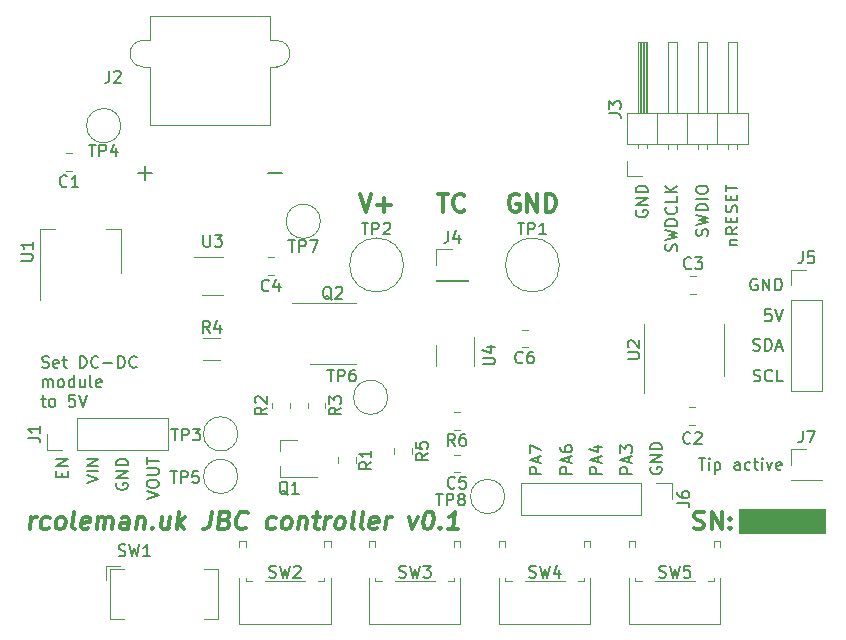
<source format=gto>
G04 #@! TF.GenerationSoftware,KiCad,Pcbnew,5.1.10*
G04 #@! TF.CreationDate,2021-08-08T14:06:15+01:00*
G04 #@! TF.ProjectId,JBC controller,4a424320-636f-46e7-9472-6f6c6c65722e,rev?*
G04 #@! TF.SameCoordinates,Original*
G04 #@! TF.FileFunction,Legend,Top*
G04 #@! TF.FilePolarity,Positive*
%FSLAX46Y46*%
G04 Gerber Fmt 4.6, Leading zero omitted, Abs format (unit mm)*
G04 Created by KiCad (PCBNEW 5.1.10) date 2021-08-08 14:06:15*
%MOMM*%
%LPD*%
G01*
G04 APERTURE LIST*
%ADD10C,0.100000*%
%ADD11C,0.300000*%
%ADD12C,0.150000*%
%ADD13C,0.120000*%
%ADD14C,2.600000*%
%ADD15C,1.500000*%
%ADD16O,1.800000X1.800000*%
%ADD17C,5.700000*%
%ADD18C,2.200000*%
%ADD19C,1.850000*%
%ADD20C,4.100000*%
%ADD21C,3.600000*%
G04 APERTURE END LIST*
D10*
G36*
X151500000Y-116000000D02*
G01*
X144200000Y-116000000D01*
X144200000Y-114000000D01*
X151500000Y-114000000D01*
X151500000Y-116000000D01*
G37*
X151500000Y-116000000D02*
X144200000Y-116000000D01*
X144200000Y-114000000D01*
X151500000Y-114000000D01*
X151500000Y-116000000D01*
D11*
X140376428Y-115607142D02*
X140590714Y-115678571D01*
X140947857Y-115678571D01*
X141090714Y-115607142D01*
X141162142Y-115535714D01*
X141233571Y-115392857D01*
X141233571Y-115250000D01*
X141162142Y-115107142D01*
X141090714Y-115035714D01*
X140947857Y-114964285D01*
X140662142Y-114892857D01*
X140519285Y-114821428D01*
X140447857Y-114750000D01*
X140376428Y-114607142D01*
X140376428Y-114464285D01*
X140447857Y-114321428D01*
X140519285Y-114250000D01*
X140662142Y-114178571D01*
X141019285Y-114178571D01*
X141233571Y-114250000D01*
X141876428Y-115678571D02*
X141876428Y-114178571D01*
X142733571Y-115678571D01*
X142733571Y-114178571D01*
X143447857Y-115535714D02*
X143519285Y-115607142D01*
X143447857Y-115678571D01*
X143376428Y-115607142D01*
X143447857Y-115535714D01*
X143447857Y-115678571D01*
X143447857Y-114750000D02*
X143519285Y-114821428D01*
X143447857Y-114892857D01*
X143376428Y-114821428D01*
X143447857Y-114750000D01*
X143447857Y-114892857D01*
D12*
X136700000Y-110440595D02*
X136652380Y-110535833D01*
X136652380Y-110678690D01*
X136700000Y-110821547D01*
X136795238Y-110916785D01*
X136890476Y-110964404D01*
X137080952Y-111012023D01*
X137223809Y-111012023D01*
X137414285Y-110964404D01*
X137509523Y-110916785D01*
X137604761Y-110821547D01*
X137652380Y-110678690D01*
X137652380Y-110583452D01*
X137604761Y-110440595D01*
X137557142Y-110392976D01*
X137223809Y-110392976D01*
X137223809Y-110583452D01*
X137652380Y-109964404D02*
X136652380Y-109964404D01*
X137652380Y-109392976D01*
X136652380Y-109392976D01*
X137652380Y-108916785D02*
X136652380Y-108916785D01*
X136652380Y-108678690D01*
X136700000Y-108535833D01*
X136795238Y-108440595D01*
X136890476Y-108392976D01*
X137080952Y-108345357D01*
X137223809Y-108345357D01*
X137414285Y-108392976D01*
X137509523Y-108440595D01*
X137604761Y-108535833D01*
X137652380Y-108678690D01*
X137652380Y-108916785D01*
X143385714Y-91587976D02*
X144052380Y-91587976D01*
X143480952Y-91587976D02*
X143433333Y-91540357D01*
X143385714Y-91445119D01*
X143385714Y-91302261D01*
X143433333Y-91207023D01*
X143528571Y-91159404D01*
X144052380Y-91159404D01*
X144052380Y-90111785D02*
X143576190Y-90445119D01*
X144052380Y-90683214D02*
X143052380Y-90683214D01*
X143052380Y-90302261D01*
X143100000Y-90207023D01*
X143147619Y-90159404D01*
X143242857Y-90111785D01*
X143385714Y-90111785D01*
X143480952Y-90159404D01*
X143528571Y-90207023D01*
X143576190Y-90302261D01*
X143576190Y-90683214D01*
X143528571Y-89683214D02*
X143528571Y-89349880D01*
X144052380Y-89207023D02*
X144052380Y-89683214D01*
X143052380Y-89683214D01*
X143052380Y-89207023D01*
X144004761Y-88826071D02*
X144052380Y-88683214D01*
X144052380Y-88445119D01*
X144004761Y-88349880D01*
X143957142Y-88302261D01*
X143861904Y-88254642D01*
X143766666Y-88254642D01*
X143671428Y-88302261D01*
X143623809Y-88349880D01*
X143576190Y-88445119D01*
X143528571Y-88635595D01*
X143480952Y-88730833D01*
X143433333Y-88778452D01*
X143338095Y-88826071D01*
X143242857Y-88826071D01*
X143147619Y-88778452D01*
X143100000Y-88730833D01*
X143052380Y-88635595D01*
X143052380Y-88397500D01*
X143100000Y-88254642D01*
X143528571Y-87826071D02*
X143528571Y-87492738D01*
X144052380Y-87349880D02*
X144052380Y-87826071D01*
X143052380Y-87826071D01*
X143052380Y-87349880D01*
X143052380Y-87064166D02*
X143052380Y-86492738D01*
X144052380Y-86778452D02*
X143052380Y-86778452D01*
X141504761Y-90826071D02*
X141552380Y-90683214D01*
X141552380Y-90445119D01*
X141504761Y-90349880D01*
X141457142Y-90302261D01*
X141361904Y-90254642D01*
X141266666Y-90254642D01*
X141171428Y-90302261D01*
X141123809Y-90349880D01*
X141076190Y-90445119D01*
X141028571Y-90635595D01*
X140980952Y-90730833D01*
X140933333Y-90778452D01*
X140838095Y-90826071D01*
X140742857Y-90826071D01*
X140647619Y-90778452D01*
X140600000Y-90730833D01*
X140552380Y-90635595D01*
X140552380Y-90397500D01*
X140600000Y-90254642D01*
X140552380Y-89921309D02*
X141552380Y-89683214D01*
X140838095Y-89492738D01*
X141552380Y-89302261D01*
X140552380Y-89064166D01*
X141552380Y-88683214D02*
X140552380Y-88683214D01*
X140552380Y-88445119D01*
X140600000Y-88302261D01*
X140695238Y-88207023D01*
X140790476Y-88159404D01*
X140980952Y-88111785D01*
X141123809Y-88111785D01*
X141314285Y-88159404D01*
X141409523Y-88207023D01*
X141504761Y-88302261D01*
X141552380Y-88445119D01*
X141552380Y-88683214D01*
X141552380Y-87683214D02*
X140552380Y-87683214D01*
X140552380Y-87016547D02*
X140552380Y-86826071D01*
X140600000Y-86730833D01*
X140695238Y-86635595D01*
X140885714Y-86587976D01*
X141219047Y-86587976D01*
X141409523Y-86635595D01*
X141504761Y-86730833D01*
X141552380Y-86826071D01*
X141552380Y-87016547D01*
X141504761Y-87111785D01*
X141409523Y-87207023D01*
X141219047Y-87254642D01*
X140885714Y-87254642D01*
X140695238Y-87207023D01*
X140600000Y-87111785D01*
X140552380Y-87016547D01*
X138904761Y-92111785D02*
X138952380Y-91968928D01*
X138952380Y-91730833D01*
X138904761Y-91635595D01*
X138857142Y-91587976D01*
X138761904Y-91540357D01*
X138666666Y-91540357D01*
X138571428Y-91587976D01*
X138523809Y-91635595D01*
X138476190Y-91730833D01*
X138428571Y-91921309D01*
X138380952Y-92016547D01*
X138333333Y-92064166D01*
X138238095Y-92111785D01*
X138142857Y-92111785D01*
X138047619Y-92064166D01*
X138000000Y-92016547D01*
X137952380Y-91921309D01*
X137952380Y-91683214D01*
X138000000Y-91540357D01*
X137952380Y-91207023D02*
X138952380Y-90968928D01*
X138238095Y-90778452D01*
X138952380Y-90587976D01*
X137952380Y-90349880D01*
X138952380Y-89968928D02*
X137952380Y-89968928D01*
X137952380Y-89730833D01*
X138000000Y-89587976D01*
X138095238Y-89492738D01*
X138190476Y-89445119D01*
X138380952Y-89397500D01*
X138523809Y-89397500D01*
X138714285Y-89445119D01*
X138809523Y-89492738D01*
X138904761Y-89587976D01*
X138952380Y-89730833D01*
X138952380Y-89968928D01*
X138857142Y-88397500D02*
X138904761Y-88445119D01*
X138952380Y-88587976D01*
X138952380Y-88683214D01*
X138904761Y-88826071D01*
X138809523Y-88921309D01*
X138714285Y-88968928D01*
X138523809Y-89016547D01*
X138380952Y-89016547D01*
X138190476Y-88968928D01*
X138095238Y-88921309D01*
X138000000Y-88826071D01*
X137952380Y-88683214D01*
X137952380Y-88587976D01*
X138000000Y-88445119D01*
X138047619Y-88397500D01*
X138952380Y-87492738D02*
X138952380Y-87968928D01*
X137952380Y-87968928D01*
X138952380Y-87159404D02*
X137952380Y-87159404D01*
X138952380Y-86587976D02*
X138380952Y-87016547D01*
X137952380Y-86587976D02*
X138523809Y-87159404D01*
X135500000Y-88683214D02*
X135452380Y-88778452D01*
X135452380Y-88921309D01*
X135500000Y-89064166D01*
X135595238Y-89159404D01*
X135690476Y-89207023D01*
X135880952Y-89254642D01*
X136023809Y-89254642D01*
X136214285Y-89207023D01*
X136309523Y-89159404D01*
X136404761Y-89064166D01*
X136452380Y-88921309D01*
X136452380Y-88826071D01*
X136404761Y-88683214D01*
X136357142Y-88635595D01*
X136023809Y-88635595D01*
X136023809Y-88826071D01*
X136452380Y-88207023D02*
X135452380Y-88207023D01*
X136452380Y-87635595D01*
X135452380Y-87635595D01*
X136452380Y-87159404D02*
X135452380Y-87159404D01*
X135452380Y-86921309D01*
X135500000Y-86778452D01*
X135595238Y-86683214D01*
X135690476Y-86635595D01*
X135880952Y-86587976D01*
X136023809Y-86587976D01*
X136214285Y-86635595D01*
X136309523Y-86683214D01*
X136404761Y-86778452D01*
X136452380Y-86921309D01*
X136452380Y-87159404D01*
D11*
X118721428Y-87278571D02*
X119578571Y-87278571D01*
X119150000Y-88778571D02*
X119150000Y-87278571D01*
X120935714Y-88635714D02*
X120864285Y-88707142D01*
X120650000Y-88778571D01*
X120507142Y-88778571D01*
X120292857Y-88707142D01*
X120150000Y-88564285D01*
X120078571Y-88421428D01*
X120007142Y-88135714D01*
X120007142Y-87921428D01*
X120078571Y-87635714D01*
X120150000Y-87492857D01*
X120292857Y-87350000D01*
X120507142Y-87278571D01*
X120650000Y-87278571D01*
X120864285Y-87350000D01*
X120935714Y-87421428D01*
X125557142Y-87350000D02*
X125414285Y-87278571D01*
X125200000Y-87278571D01*
X124985714Y-87350000D01*
X124842857Y-87492857D01*
X124771428Y-87635714D01*
X124700000Y-87921428D01*
X124700000Y-88135714D01*
X124771428Y-88421428D01*
X124842857Y-88564285D01*
X124985714Y-88707142D01*
X125200000Y-88778571D01*
X125342857Y-88778571D01*
X125557142Y-88707142D01*
X125628571Y-88635714D01*
X125628571Y-88135714D01*
X125342857Y-88135714D01*
X126271428Y-88778571D02*
X126271428Y-87278571D01*
X127128571Y-88778571D01*
X127128571Y-87278571D01*
X127842857Y-88778571D02*
X127842857Y-87278571D01*
X128200000Y-87278571D01*
X128414285Y-87350000D01*
X128557142Y-87492857D01*
X128628571Y-87635714D01*
X128700000Y-87921428D01*
X128700000Y-88135714D01*
X128628571Y-88421428D01*
X128557142Y-88564285D01*
X128414285Y-88707142D01*
X128200000Y-88778571D01*
X127842857Y-88778571D01*
X112071428Y-87278571D02*
X112571428Y-88778571D01*
X113071428Y-87278571D01*
X113571428Y-88207142D02*
X114714285Y-88207142D01*
X114142857Y-88778571D02*
X114142857Y-87635714D01*
D12*
X85187976Y-101954761D02*
X85330833Y-102002380D01*
X85568928Y-102002380D01*
X85664166Y-101954761D01*
X85711785Y-101907142D01*
X85759404Y-101811904D01*
X85759404Y-101716666D01*
X85711785Y-101621428D01*
X85664166Y-101573809D01*
X85568928Y-101526190D01*
X85378452Y-101478571D01*
X85283214Y-101430952D01*
X85235595Y-101383333D01*
X85187976Y-101288095D01*
X85187976Y-101192857D01*
X85235595Y-101097619D01*
X85283214Y-101050000D01*
X85378452Y-101002380D01*
X85616547Y-101002380D01*
X85759404Y-101050000D01*
X86568928Y-101954761D02*
X86473690Y-102002380D01*
X86283214Y-102002380D01*
X86187976Y-101954761D01*
X86140357Y-101859523D01*
X86140357Y-101478571D01*
X86187976Y-101383333D01*
X86283214Y-101335714D01*
X86473690Y-101335714D01*
X86568928Y-101383333D01*
X86616547Y-101478571D01*
X86616547Y-101573809D01*
X86140357Y-101669047D01*
X86902261Y-101335714D02*
X87283214Y-101335714D01*
X87045119Y-101002380D02*
X87045119Y-101859523D01*
X87092738Y-101954761D01*
X87187976Y-102002380D01*
X87283214Y-102002380D01*
X88378452Y-102002380D02*
X88378452Y-101002380D01*
X88616547Y-101002380D01*
X88759404Y-101050000D01*
X88854642Y-101145238D01*
X88902261Y-101240476D01*
X88949880Y-101430952D01*
X88949880Y-101573809D01*
X88902261Y-101764285D01*
X88854642Y-101859523D01*
X88759404Y-101954761D01*
X88616547Y-102002380D01*
X88378452Y-102002380D01*
X89949880Y-101907142D02*
X89902261Y-101954761D01*
X89759404Y-102002380D01*
X89664166Y-102002380D01*
X89521309Y-101954761D01*
X89426071Y-101859523D01*
X89378452Y-101764285D01*
X89330833Y-101573809D01*
X89330833Y-101430952D01*
X89378452Y-101240476D01*
X89426071Y-101145238D01*
X89521309Y-101050000D01*
X89664166Y-101002380D01*
X89759404Y-101002380D01*
X89902261Y-101050000D01*
X89949880Y-101097619D01*
X90378452Y-101621428D02*
X91140357Y-101621428D01*
X91616547Y-102002380D02*
X91616547Y-101002380D01*
X91854642Y-101002380D01*
X91997500Y-101050000D01*
X92092738Y-101145238D01*
X92140357Y-101240476D01*
X92187976Y-101430952D01*
X92187976Y-101573809D01*
X92140357Y-101764285D01*
X92092738Y-101859523D01*
X91997500Y-101954761D01*
X91854642Y-102002380D01*
X91616547Y-102002380D01*
X93187976Y-101907142D02*
X93140357Y-101954761D01*
X92997500Y-102002380D01*
X92902261Y-102002380D01*
X92759404Y-101954761D01*
X92664166Y-101859523D01*
X92616547Y-101764285D01*
X92568928Y-101573809D01*
X92568928Y-101430952D01*
X92616547Y-101240476D01*
X92664166Y-101145238D01*
X92759404Y-101050000D01*
X92902261Y-101002380D01*
X92997500Y-101002380D01*
X93140357Y-101050000D01*
X93187976Y-101097619D01*
X85235595Y-103652380D02*
X85235595Y-102985714D01*
X85235595Y-103080952D02*
X85283214Y-103033333D01*
X85378452Y-102985714D01*
X85521309Y-102985714D01*
X85616547Y-103033333D01*
X85664166Y-103128571D01*
X85664166Y-103652380D01*
X85664166Y-103128571D02*
X85711785Y-103033333D01*
X85807023Y-102985714D01*
X85949880Y-102985714D01*
X86045119Y-103033333D01*
X86092738Y-103128571D01*
X86092738Y-103652380D01*
X86711785Y-103652380D02*
X86616547Y-103604761D01*
X86568928Y-103557142D01*
X86521309Y-103461904D01*
X86521309Y-103176190D01*
X86568928Y-103080952D01*
X86616547Y-103033333D01*
X86711785Y-102985714D01*
X86854642Y-102985714D01*
X86949880Y-103033333D01*
X86997500Y-103080952D01*
X87045119Y-103176190D01*
X87045119Y-103461904D01*
X86997500Y-103557142D01*
X86949880Y-103604761D01*
X86854642Y-103652380D01*
X86711785Y-103652380D01*
X87902261Y-103652380D02*
X87902261Y-102652380D01*
X87902261Y-103604761D02*
X87807023Y-103652380D01*
X87616547Y-103652380D01*
X87521309Y-103604761D01*
X87473690Y-103557142D01*
X87426071Y-103461904D01*
X87426071Y-103176190D01*
X87473690Y-103080952D01*
X87521309Y-103033333D01*
X87616547Y-102985714D01*
X87807023Y-102985714D01*
X87902261Y-103033333D01*
X88807023Y-102985714D02*
X88807023Y-103652380D01*
X88378452Y-102985714D02*
X88378452Y-103509523D01*
X88426071Y-103604761D01*
X88521309Y-103652380D01*
X88664166Y-103652380D01*
X88759404Y-103604761D01*
X88807023Y-103557142D01*
X89426071Y-103652380D02*
X89330833Y-103604761D01*
X89283214Y-103509523D01*
X89283214Y-102652380D01*
X90187976Y-103604761D02*
X90092738Y-103652380D01*
X89902261Y-103652380D01*
X89807023Y-103604761D01*
X89759404Y-103509523D01*
X89759404Y-103128571D01*
X89807023Y-103033333D01*
X89902261Y-102985714D01*
X90092738Y-102985714D01*
X90187976Y-103033333D01*
X90235595Y-103128571D01*
X90235595Y-103223809D01*
X89759404Y-103319047D01*
X85092738Y-104635714D02*
X85473690Y-104635714D01*
X85235595Y-104302380D02*
X85235595Y-105159523D01*
X85283214Y-105254761D01*
X85378452Y-105302380D01*
X85473690Y-105302380D01*
X85949880Y-105302380D02*
X85854642Y-105254761D01*
X85807023Y-105207142D01*
X85759404Y-105111904D01*
X85759404Y-104826190D01*
X85807023Y-104730952D01*
X85854642Y-104683333D01*
X85949880Y-104635714D01*
X86092738Y-104635714D01*
X86187976Y-104683333D01*
X86235595Y-104730952D01*
X86283214Y-104826190D01*
X86283214Y-105111904D01*
X86235595Y-105207142D01*
X86187976Y-105254761D01*
X86092738Y-105302380D01*
X85949880Y-105302380D01*
X87949880Y-104302380D02*
X87473690Y-104302380D01*
X87426071Y-104778571D01*
X87473690Y-104730952D01*
X87568928Y-104683333D01*
X87807023Y-104683333D01*
X87902261Y-104730952D01*
X87949880Y-104778571D01*
X87997500Y-104873809D01*
X87997500Y-105111904D01*
X87949880Y-105207142D01*
X87902261Y-105254761D01*
X87807023Y-105302380D01*
X87568928Y-105302380D01*
X87473690Y-105254761D01*
X87426071Y-105207142D01*
X88283214Y-104302380D02*
X88616547Y-105302380D01*
X88949880Y-104302380D01*
X86828571Y-111211785D02*
X86828571Y-110878452D01*
X87352380Y-110735595D02*
X87352380Y-111211785D01*
X86352380Y-111211785D01*
X86352380Y-110735595D01*
X87352380Y-110307023D02*
X86352380Y-110307023D01*
X87352380Y-109735595D01*
X86352380Y-109735595D01*
X88952380Y-111783214D02*
X89952380Y-111449880D01*
X88952380Y-111116547D01*
X89952380Y-110783214D02*
X88952380Y-110783214D01*
X89952380Y-110307023D02*
X88952380Y-110307023D01*
X89952380Y-109735595D01*
X88952380Y-109735595D01*
X91500000Y-111783214D02*
X91452380Y-111878452D01*
X91452380Y-112021309D01*
X91500000Y-112164166D01*
X91595238Y-112259404D01*
X91690476Y-112307023D01*
X91880952Y-112354642D01*
X92023809Y-112354642D01*
X92214285Y-112307023D01*
X92309523Y-112259404D01*
X92404761Y-112164166D01*
X92452380Y-112021309D01*
X92452380Y-111926071D01*
X92404761Y-111783214D01*
X92357142Y-111735595D01*
X92023809Y-111735595D01*
X92023809Y-111926071D01*
X92452380Y-111307023D02*
X91452380Y-111307023D01*
X92452380Y-110735595D01*
X91452380Y-110735595D01*
X92452380Y-110259404D02*
X91452380Y-110259404D01*
X91452380Y-110021309D01*
X91500000Y-109878452D01*
X91595238Y-109783214D01*
X91690476Y-109735595D01*
X91880952Y-109687976D01*
X92023809Y-109687976D01*
X92214285Y-109735595D01*
X92309523Y-109783214D01*
X92404761Y-109878452D01*
X92452380Y-110021309D01*
X92452380Y-110259404D01*
X94052380Y-113116547D02*
X95052380Y-112783214D01*
X94052380Y-112449880D01*
X94052380Y-111926071D02*
X94052380Y-111735595D01*
X94100000Y-111640357D01*
X94195238Y-111545119D01*
X94385714Y-111497500D01*
X94719047Y-111497500D01*
X94909523Y-111545119D01*
X95004761Y-111640357D01*
X95052380Y-111735595D01*
X95052380Y-111926071D01*
X95004761Y-112021309D01*
X94909523Y-112116547D01*
X94719047Y-112164166D01*
X94385714Y-112164166D01*
X94195238Y-112116547D01*
X94100000Y-112021309D01*
X94052380Y-111926071D01*
X94052380Y-111068928D02*
X94861904Y-111068928D01*
X94957142Y-111021309D01*
X95004761Y-110973690D01*
X95052380Y-110878452D01*
X95052380Y-110687976D01*
X95004761Y-110592738D01*
X94957142Y-110545119D01*
X94861904Y-110497500D01*
X94052380Y-110497500D01*
X94052380Y-110164166D02*
X94052380Y-109592738D01*
X95052380Y-109878452D02*
X94052380Y-109878452D01*
X135152380Y-110964404D02*
X134152380Y-110964404D01*
X134152380Y-110583452D01*
X134200000Y-110488214D01*
X134247619Y-110440595D01*
X134342857Y-110392976D01*
X134485714Y-110392976D01*
X134580952Y-110440595D01*
X134628571Y-110488214D01*
X134676190Y-110583452D01*
X134676190Y-110964404D01*
X134866666Y-110012023D02*
X134866666Y-109535833D01*
X135152380Y-110107261D02*
X134152380Y-109773928D01*
X135152380Y-109440595D01*
X134152380Y-109202500D02*
X134152380Y-108583452D01*
X134533333Y-108916785D01*
X134533333Y-108773928D01*
X134580952Y-108678690D01*
X134628571Y-108631071D01*
X134723809Y-108583452D01*
X134961904Y-108583452D01*
X135057142Y-108631071D01*
X135104761Y-108678690D01*
X135152380Y-108773928D01*
X135152380Y-109059642D01*
X135104761Y-109154880D01*
X135057142Y-109202500D01*
X132552380Y-110964404D02*
X131552380Y-110964404D01*
X131552380Y-110583452D01*
X131600000Y-110488214D01*
X131647619Y-110440595D01*
X131742857Y-110392976D01*
X131885714Y-110392976D01*
X131980952Y-110440595D01*
X132028571Y-110488214D01*
X132076190Y-110583452D01*
X132076190Y-110964404D01*
X132266666Y-110012023D02*
X132266666Y-109535833D01*
X132552380Y-110107261D02*
X131552380Y-109773928D01*
X132552380Y-109440595D01*
X131885714Y-108678690D02*
X132552380Y-108678690D01*
X131504761Y-108916785D02*
X132219047Y-109154880D01*
X132219047Y-108535833D01*
X130052380Y-110964404D02*
X129052380Y-110964404D01*
X129052380Y-110583452D01*
X129100000Y-110488214D01*
X129147619Y-110440595D01*
X129242857Y-110392976D01*
X129385714Y-110392976D01*
X129480952Y-110440595D01*
X129528571Y-110488214D01*
X129576190Y-110583452D01*
X129576190Y-110964404D01*
X129766666Y-110012023D02*
X129766666Y-109535833D01*
X130052380Y-110107261D02*
X129052380Y-109773928D01*
X130052380Y-109440595D01*
X129052380Y-108678690D02*
X129052380Y-108869166D01*
X129100000Y-108964404D01*
X129147619Y-109012023D01*
X129290476Y-109107261D01*
X129480952Y-109154880D01*
X129861904Y-109154880D01*
X129957142Y-109107261D01*
X130004761Y-109059642D01*
X130052380Y-108964404D01*
X130052380Y-108773928D01*
X130004761Y-108678690D01*
X129957142Y-108631071D01*
X129861904Y-108583452D01*
X129623809Y-108583452D01*
X129528571Y-108631071D01*
X129480952Y-108678690D01*
X129433333Y-108773928D01*
X129433333Y-108964404D01*
X129480952Y-109059642D01*
X129528571Y-109107261D01*
X129623809Y-109154880D01*
X127452380Y-110964404D02*
X126452380Y-110964404D01*
X126452380Y-110583452D01*
X126500000Y-110488214D01*
X126547619Y-110440595D01*
X126642857Y-110392976D01*
X126785714Y-110392976D01*
X126880952Y-110440595D01*
X126928571Y-110488214D01*
X126976190Y-110583452D01*
X126976190Y-110964404D01*
X127166666Y-110012023D02*
X127166666Y-109535833D01*
X127452380Y-110107261D02*
X126452380Y-109773928D01*
X127452380Y-109440595D01*
X126452380Y-109202500D02*
X126452380Y-108535833D01*
X127452380Y-108964404D01*
X140764404Y-109652380D02*
X141335833Y-109652380D01*
X141050119Y-110652380D02*
X141050119Y-109652380D01*
X141669166Y-110652380D02*
X141669166Y-109985714D01*
X141669166Y-109652380D02*
X141621547Y-109700000D01*
X141669166Y-109747619D01*
X141716785Y-109700000D01*
X141669166Y-109652380D01*
X141669166Y-109747619D01*
X142145357Y-109985714D02*
X142145357Y-110985714D01*
X142145357Y-110033333D02*
X142240595Y-109985714D01*
X142431071Y-109985714D01*
X142526309Y-110033333D01*
X142573928Y-110080952D01*
X142621547Y-110176190D01*
X142621547Y-110461904D01*
X142573928Y-110557142D01*
X142526309Y-110604761D01*
X142431071Y-110652380D01*
X142240595Y-110652380D01*
X142145357Y-110604761D01*
X144240595Y-110652380D02*
X144240595Y-110128571D01*
X144192976Y-110033333D01*
X144097738Y-109985714D01*
X143907261Y-109985714D01*
X143812023Y-110033333D01*
X144240595Y-110604761D02*
X144145357Y-110652380D01*
X143907261Y-110652380D01*
X143812023Y-110604761D01*
X143764404Y-110509523D01*
X143764404Y-110414285D01*
X143812023Y-110319047D01*
X143907261Y-110271428D01*
X144145357Y-110271428D01*
X144240595Y-110223809D01*
X145145357Y-110604761D02*
X145050119Y-110652380D01*
X144859642Y-110652380D01*
X144764404Y-110604761D01*
X144716785Y-110557142D01*
X144669166Y-110461904D01*
X144669166Y-110176190D01*
X144716785Y-110080952D01*
X144764404Y-110033333D01*
X144859642Y-109985714D01*
X145050119Y-109985714D01*
X145145357Y-110033333D01*
X145431071Y-109985714D02*
X145812023Y-109985714D01*
X145573928Y-109652380D02*
X145573928Y-110509523D01*
X145621547Y-110604761D01*
X145716785Y-110652380D01*
X145812023Y-110652380D01*
X146145357Y-110652380D02*
X146145357Y-109985714D01*
X146145357Y-109652380D02*
X146097738Y-109700000D01*
X146145357Y-109747619D01*
X146192976Y-109700000D01*
X146145357Y-109652380D01*
X146145357Y-109747619D01*
X146526309Y-109985714D02*
X146764404Y-110652380D01*
X147002500Y-109985714D01*
X147764404Y-110604761D02*
X147669166Y-110652380D01*
X147478690Y-110652380D01*
X147383452Y-110604761D01*
X147335833Y-110509523D01*
X147335833Y-110128571D01*
X147383452Y-110033333D01*
X147478690Y-109985714D01*
X147669166Y-109985714D01*
X147764404Y-110033333D01*
X147812023Y-110128571D01*
X147812023Y-110223809D01*
X147335833Y-110319047D01*
X145431071Y-103104761D02*
X145573928Y-103152380D01*
X145812023Y-103152380D01*
X145907261Y-103104761D01*
X145954880Y-103057142D01*
X146002500Y-102961904D01*
X146002500Y-102866666D01*
X145954880Y-102771428D01*
X145907261Y-102723809D01*
X145812023Y-102676190D01*
X145621547Y-102628571D01*
X145526309Y-102580952D01*
X145478690Y-102533333D01*
X145431071Y-102438095D01*
X145431071Y-102342857D01*
X145478690Y-102247619D01*
X145526309Y-102200000D01*
X145621547Y-102152380D01*
X145859642Y-102152380D01*
X146002500Y-102200000D01*
X147002500Y-103057142D02*
X146954880Y-103104761D01*
X146812023Y-103152380D01*
X146716785Y-103152380D01*
X146573928Y-103104761D01*
X146478690Y-103009523D01*
X146431071Y-102914285D01*
X146383452Y-102723809D01*
X146383452Y-102580952D01*
X146431071Y-102390476D01*
X146478690Y-102295238D01*
X146573928Y-102200000D01*
X146716785Y-102152380D01*
X146812023Y-102152380D01*
X146954880Y-102200000D01*
X147002500Y-102247619D01*
X147907261Y-103152380D02*
X147431071Y-103152380D01*
X147431071Y-102152380D01*
X145383452Y-100504761D02*
X145526309Y-100552380D01*
X145764404Y-100552380D01*
X145859642Y-100504761D01*
X145907261Y-100457142D01*
X145954880Y-100361904D01*
X145954880Y-100266666D01*
X145907261Y-100171428D01*
X145859642Y-100123809D01*
X145764404Y-100076190D01*
X145573928Y-100028571D01*
X145478690Y-99980952D01*
X145431071Y-99933333D01*
X145383452Y-99838095D01*
X145383452Y-99742857D01*
X145431071Y-99647619D01*
X145478690Y-99600000D01*
X145573928Y-99552380D01*
X145812023Y-99552380D01*
X145954880Y-99600000D01*
X146383452Y-100552380D02*
X146383452Y-99552380D01*
X146621547Y-99552380D01*
X146764404Y-99600000D01*
X146859642Y-99695238D01*
X146907261Y-99790476D01*
X146954880Y-99980952D01*
X146954880Y-100123809D01*
X146907261Y-100314285D01*
X146859642Y-100409523D01*
X146764404Y-100504761D01*
X146621547Y-100552380D01*
X146383452Y-100552380D01*
X147335833Y-100266666D02*
X147812023Y-100266666D01*
X147240595Y-100552380D02*
X147573928Y-99552380D01*
X147907261Y-100552380D01*
X146907261Y-97052380D02*
X146431071Y-97052380D01*
X146383452Y-97528571D01*
X146431071Y-97480952D01*
X146526309Y-97433333D01*
X146764404Y-97433333D01*
X146859642Y-97480952D01*
X146907261Y-97528571D01*
X146954880Y-97623809D01*
X146954880Y-97861904D01*
X146907261Y-97957142D01*
X146859642Y-98004761D01*
X146764404Y-98052380D01*
X146526309Y-98052380D01*
X146431071Y-98004761D01*
X146383452Y-97957142D01*
X147240595Y-97052380D02*
X147573928Y-98052380D01*
X147907261Y-97052380D01*
X145716785Y-94500000D02*
X145621547Y-94452380D01*
X145478690Y-94452380D01*
X145335833Y-94500000D01*
X145240595Y-94595238D01*
X145192976Y-94690476D01*
X145145357Y-94880952D01*
X145145357Y-95023809D01*
X145192976Y-95214285D01*
X145240595Y-95309523D01*
X145335833Y-95404761D01*
X145478690Y-95452380D01*
X145573928Y-95452380D01*
X145716785Y-95404761D01*
X145764404Y-95357142D01*
X145764404Y-95023809D01*
X145573928Y-95023809D01*
X146192976Y-95452380D02*
X146192976Y-94452380D01*
X146764404Y-95452380D01*
X146764404Y-94452380D01*
X147240595Y-95452380D02*
X147240595Y-94452380D01*
X147478690Y-94452380D01*
X147621547Y-94500000D01*
X147716785Y-94595238D01*
X147764404Y-94690476D01*
X147812023Y-94880952D01*
X147812023Y-95023809D01*
X147764404Y-95214285D01*
X147716785Y-95309523D01*
X147621547Y-95404761D01*
X147478690Y-95452380D01*
X147240595Y-95452380D01*
D11*
X84161071Y-115678571D02*
X84286071Y-114678571D01*
X84250357Y-114964285D02*
X84339642Y-114821428D01*
X84420000Y-114750000D01*
X84571785Y-114678571D01*
X84714642Y-114678571D01*
X85741428Y-115607142D02*
X85589642Y-115678571D01*
X85303928Y-115678571D01*
X85170000Y-115607142D01*
X85107500Y-115535714D01*
X85053928Y-115392857D01*
X85107500Y-114964285D01*
X85196785Y-114821428D01*
X85277142Y-114750000D01*
X85428928Y-114678571D01*
X85714642Y-114678571D01*
X85848571Y-114750000D01*
X86589642Y-115678571D02*
X86455714Y-115607142D01*
X86393214Y-115535714D01*
X86339642Y-115392857D01*
X86393214Y-114964285D01*
X86482500Y-114821428D01*
X86562857Y-114750000D01*
X86714642Y-114678571D01*
X86928928Y-114678571D01*
X87062857Y-114750000D01*
X87125357Y-114821428D01*
X87178928Y-114964285D01*
X87125357Y-115392857D01*
X87036071Y-115535714D01*
X86955714Y-115607142D01*
X86803928Y-115678571D01*
X86589642Y-115678571D01*
X87946785Y-115678571D02*
X87812857Y-115607142D01*
X87759285Y-115464285D01*
X87920000Y-114178571D01*
X89098571Y-115607142D02*
X88946785Y-115678571D01*
X88661071Y-115678571D01*
X88527142Y-115607142D01*
X88473571Y-115464285D01*
X88545000Y-114892857D01*
X88634285Y-114750000D01*
X88786071Y-114678571D01*
X89071785Y-114678571D01*
X89205714Y-114750000D01*
X89259285Y-114892857D01*
X89241428Y-115035714D01*
X88509285Y-115178571D01*
X89803928Y-115678571D02*
X89928928Y-114678571D01*
X89911071Y-114821428D02*
X89991428Y-114750000D01*
X90143214Y-114678571D01*
X90357500Y-114678571D01*
X90491428Y-114750000D01*
X90545000Y-114892857D01*
X90446785Y-115678571D01*
X90545000Y-114892857D02*
X90634285Y-114750000D01*
X90786071Y-114678571D01*
X91000357Y-114678571D01*
X91134285Y-114750000D01*
X91187857Y-114892857D01*
X91089642Y-115678571D01*
X92446785Y-115678571D02*
X92545000Y-114892857D01*
X92491428Y-114750000D01*
X92357500Y-114678571D01*
X92071785Y-114678571D01*
X91920000Y-114750000D01*
X92455714Y-115607142D02*
X92303928Y-115678571D01*
X91946785Y-115678571D01*
X91812857Y-115607142D01*
X91759285Y-115464285D01*
X91777142Y-115321428D01*
X91866428Y-115178571D01*
X92018214Y-115107142D01*
X92375357Y-115107142D01*
X92527142Y-115035714D01*
X93286071Y-114678571D02*
X93161071Y-115678571D01*
X93268214Y-114821428D02*
X93348571Y-114750000D01*
X93500357Y-114678571D01*
X93714642Y-114678571D01*
X93848571Y-114750000D01*
X93902142Y-114892857D01*
X93803928Y-115678571D01*
X94536071Y-115535714D02*
X94598571Y-115607142D01*
X94518214Y-115678571D01*
X94455714Y-115607142D01*
X94536071Y-115535714D01*
X94518214Y-115678571D01*
X96000357Y-114678571D02*
X95875357Y-115678571D01*
X95357500Y-114678571D02*
X95259285Y-115464285D01*
X95312857Y-115607142D01*
X95446785Y-115678571D01*
X95661071Y-115678571D01*
X95812857Y-115607142D01*
X95893214Y-115535714D01*
X96589642Y-115678571D02*
X96777142Y-114178571D01*
X96803928Y-115107142D02*
X97161071Y-115678571D01*
X97286071Y-114678571D02*
X96643214Y-115250000D01*
X99562857Y-114178571D02*
X99428928Y-115250000D01*
X99330714Y-115464285D01*
X99170000Y-115607142D01*
X98946785Y-115678571D01*
X98803928Y-115678571D01*
X100687857Y-114892857D02*
X100893214Y-114964285D01*
X100955714Y-115035714D01*
X101009285Y-115178571D01*
X100982500Y-115392857D01*
X100893214Y-115535714D01*
X100812857Y-115607142D01*
X100661071Y-115678571D01*
X100089642Y-115678571D01*
X100277142Y-114178571D01*
X100777142Y-114178571D01*
X100911071Y-114250000D01*
X100973571Y-114321428D01*
X101027142Y-114464285D01*
X101009285Y-114607142D01*
X100920000Y-114750000D01*
X100839642Y-114821428D01*
X100687857Y-114892857D01*
X100187857Y-114892857D01*
X102464642Y-115535714D02*
X102384285Y-115607142D01*
X102161071Y-115678571D01*
X102018214Y-115678571D01*
X101812857Y-115607142D01*
X101687857Y-115464285D01*
X101634285Y-115321428D01*
X101598571Y-115035714D01*
X101625357Y-114821428D01*
X101732500Y-114535714D01*
X101821785Y-114392857D01*
X101982500Y-114250000D01*
X102205714Y-114178571D01*
X102348571Y-114178571D01*
X102553928Y-114250000D01*
X102616428Y-114321428D01*
X104884285Y-115607142D02*
X104732500Y-115678571D01*
X104446785Y-115678571D01*
X104312857Y-115607142D01*
X104250357Y-115535714D01*
X104196785Y-115392857D01*
X104250357Y-114964285D01*
X104339642Y-114821428D01*
X104420000Y-114750000D01*
X104571785Y-114678571D01*
X104857500Y-114678571D01*
X104991428Y-114750000D01*
X105732500Y-115678571D02*
X105598571Y-115607142D01*
X105536071Y-115535714D01*
X105482500Y-115392857D01*
X105536071Y-114964285D01*
X105625357Y-114821428D01*
X105705714Y-114750000D01*
X105857500Y-114678571D01*
X106071785Y-114678571D01*
X106205714Y-114750000D01*
X106268214Y-114821428D01*
X106321785Y-114964285D01*
X106268214Y-115392857D01*
X106178928Y-115535714D01*
X106098571Y-115607142D01*
X105946785Y-115678571D01*
X105732500Y-115678571D01*
X107000357Y-114678571D02*
X106875357Y-115678571D01*
X106982500Y-114821428D02*
X107062857Y-114750000D01*
X107214642Y-114678571D01*
X107428928Y-114678571D01*
X107562857Y-114750000D01*
X107616428Y-114892857D01*
X107518214Y-115678571D01*
X108143214Y-114678571D02*
X108714642Y-114678571D01*
X108420000Y-114178571D02*
X108259285Y-115464285D01*
X108312857Y-115607142D01*
X108446785Y-115678571D01*
X108589642Y-115678571D01*
X109089642Y-115678571D02*
X109214642Y-114678571D01*
X109178928Y-114964285D02*
X109268214Y-114821428D01*
X109348571Y-114750000D01*
X109500357Y-114678571D01*
X109643214Y-114678571D01*
X110232500Y-115678571D02*
X110098571Y-115607142D01*
X110036071Y-115535714D01*
X109982500Y-115392857D01*
X110036071Y-114964285D01*
X110125357Y-114821428D01*
X110205714Y-114750000D01*
X110357500Y-114678571D01*
X110571785Y-114678571D01*
X110705714Y-114750000D01*
X110768214Y-114821428D01*
X110821785Y-114964285D01*
X110768214Y-115392857D01*
X110678928Y-115535714D01*
X110598571Y-115607142D01*
X110446785Y-115678571D01*
X110232500Y-115678571D01*
X111589642Y-115678571D02*
X111455714Y-115607142D01*
X111402142Y-115464285D01*
X111562857Y-114178571D01*
X112375357Y-115678571D02*
X112241428Y-115607142D01*
X112187857Y-115464285D01*
X112348571Y-114178571D01*
X113527142Y-115607142D02*
X113375357Y-115678571D01*
X113089642Y-115678571D01*
X112955714Y-115607142D01*
X112902142Y-115464285D01*
X112973571Y-114892857D01*
X113062857Y-114750000D01*
X113214642Y-114678571D01*
X113500357Y-114678571D01*
X113634285Y-114750000D01*
X113687857Y-114892857D01*
X113670000Y-115035714D01*
X112937857Y-115178571D01*
X114232500Y-115678571D02*
X114357500Y-114678571D01*
X114321785Y-114964285D02*
X114411071Y-114821428D01*
X114491428Y-114750000D01*
X114643214Y-114678571D01*
X114786071Y-114678571D01*
X116286071Y-114678571D02*
X116518214Y-115678571D01*
X117000357Y-114678571D01*
X117920000Y-114178571D02*
X118062857Y-114178571D01*
X118196785Y-114250000D01*
X118259285Y-114321428D01*
X118312857Y-114464285D01*
X118348571Y-114750000D01*
X118303928Y-115107142D01*
X118196785Y-115392857D01*
X118107500Y-115535714D01*
X118027142Y-115607142D01*
X117875357Y-115678571D01*
X117732500Y-115678571D01*
X117598571Y-115607142D01*
X117536071Y-115535714D01*
X117482500Y-115392857D01*
X117446785Y-115107142D01*
X117491428Y-114750000D01*
X117598571Y-114464285D01*
X117687857Y-114321428D01*
X117768214Y-114250000D01*
X117920000Y-114178571D01*
X118893214Y-115535714D02*
X118955714Y-115607142D01*
X118875357Y-115678571D01*
X118812857Y-115607142D01*
X118893214Y-115535714D01*
X118875357Y-115678571D01*
X120375357Y-115678571D02*
X119518214Y-115678571D01*
X119946785Y-115678571D02*
X120134285Y-114178571D01*
X119964642Y-114392857D01*
X119803928Y-114535714D01*
X119652142Y-114607142D01*
D13*
X124350000Y-112900000D02*
G75*
G03*
X124350000Y-112900000I-1450000J0D01*
G01*
X108750000Y-89600000D02*
G75*
G03*
X108750000Y-89600000I-1450000J0D01*
G01*
X114450000Y-104500000D02*
G75*
G03*
X114450000Y-104500000I-1450000J0D01*
G01*
X101750000Y-111200000D02*
G75*
G03*
X101750000Y-111200000I-1450000J0D01*
G01*
X91850000Y-81500000D02*
G75*
G03*
X91850000Y-81500000I-1450000J0D01*
G01*
X101750000Y-107600000D02*
G75*
G03*
X101750000Y-107600000I-1450000J0D01*
G01*
X90600000Y-118750000D02*
X90600000Y-119950000D01*
X91800000Y-118750000D02*
X90600000Y-118750000D01*
X100100000Y-123250000D02*
X98900000Y-123250000D01*
X100100000Y-119050000D02*
X100100000Y-123250000D01*
X98900000Y-119050000D02*
X100100000Y-119050000D01*
X90900000Y-123250000D02*
X92100000Y-123250000D01*
X90900000Y-119050000D02*
X90900000Y-123250000D01*
X92100000Y-119050000D02*
X90900000Y-119050000D01*
X107665000Y-104972936D02*
X107665000Y-105427064D01*
X109135000Y-104972936D02*
X109135000Y-105427064D01*
X95850000Y-108930000D02*
X95850000Y-106270000D01*
X88170000Y-108930000D02*
X95850000Y-108930000D01*
X88170000Y-106270000D02*
X95850000Y-106270000D01*
X88170000Y-108930000D02*
X88170000Y-106270000D01*
X86900000Y-108930000D02*
X85570000Y-108930000D01*
X85570000Y-108930000D02*
X85570000Y-107600000D01*
X142885000Y-100500000D02*
X142885000Y-98300000D01*
X142885000Y-100500000D02*
X142885000Y-102700000D01*
X136115000Y-100500000D02*
X136115000Y-98300000D01*
X136115000Y-100500000D02*
X136115000Y-104100000D01*
X118450000Y-120030000D02*
X115050000Y-120030000D01*
X120090000Y-120030000D02*
X119550000Y-120030000D01*
X112890000Y-117200000D02*
X112890000Y-116690000D01*
X113410000Y-116690000D02*
X112890000Y-116690000D01*
X113410000Y-117200000D02*
X113410000Y-116690000D01*
X113950000Y-120030000D02*
X113410000Y-120030000D01*
X120610000Y-117200000D02*
X120610000Y-116690000D01*
X120090000Y-117200000D02*
X120090000Y-116690000D01*
X113410000Y-120030000D02*
X113410000Y-119800000D01*
X120610000Y-123700000D02*
X120610000Y-119800000D01*
X120610000Y-116690000D02*
X120090000Y-116690000D01*
X112890000Y-123700000D02*
X112890000Y-119800000D01*
X120610000Y-123700000D02*
X112890000Y-123700000D01*
X120090000Y-120030000D02*
X120090000Y-119800000D01*
X109800000Y-101660000D02*
X111750000Y-101660000D01*
X109800000Y-101660000D02*
X107850000Y-101660000D01*
X109800000Y-96540000D02*
X111750000Y-96540000D01*
X109800000Y-96540000D02*
X106350000Y-96540000D01*
X140450000Y-120030000D02*
X137050000Y-120030000D01*
X142090000Y-120030000D02*
X141550000Y-120030000D01*
X134890000Y-117200000D02*
X134890000Y-116690000D01*
X135410000Y-116690000D02*
X134890000Y-116690000D01*
X135410000Y-117200000D02*
X135410000Y-116690000D01*
X135950000Y-120030000D02*
X135410000Y-120030000D01*
X142610000Y-117200000D02*
X142610000Y-116690000D01*
X142090000Y-117200000D02*
X142090000Y-116690000D01*
X135410000Y-120030000D02*
X135410000Y-119800000D01*
X142610000Y-123700000D02*
X142610000Y-119800000D01*
X142610000Y-116690000D02*
X142090000Y-116690000D01*
X134890000Y-123700000D02*
X134890000Y-119800000D01*
X142610000Y-123700000D02*
X134890000Y-123700000D01*
X142090000Y-120030000D02*
X142090000Y-119800000D01*
X129450000Y-120030000D02*
X126050000Y-120030000D01*
X131090000Y-120030000D02*
X130550000Y-120030000D01*
X123890000Y-117200000D02*
X123890000Y-116690000D01*
X124410000Y-116690000D02*
X123890000Y-116690000D01*
X124410000Y-117200000D02*
X124410000Y-116690000D01*
X124950000Y-120030000D02*
X124410000Y-120030000D01*
X131610000Y-117200000D02*
X131610000Y-116690000D01*
X131090000Y-117200000D02*
X131090000Y-116690000D01*
X124410000Y-120030000D02*
X124410000Y-119800000D01*
X131610000Y-123700000D02*
X131610000Y-119800000D01*
X131610000Y-116690000D02*
X131090000Y-116690000D01*
X123890000Y-123700000D02*
X123890000Y-119800000D01*
X131610000Y-123700000D02*
X123890000Y-123700000D01*
X131090000Y-120030000D02*
X131090000Y-119800000D01*
X107450000Y-120030000D02*
X104050000Y-120030000D01*
X109090000Y-120030000D02*
X108550000Y-120030000D01*
X101890000Y-117200000D02*
X101890000Y-116690000D01*
X102410000Y-116690000D02*
X101890000Y-116690000D01*
X102410000Y-117200000D02*
X102410000Y-116690000D01*
X102950000Y-120030000D02*
X102410000Y-120030000D01*
X109610000Y-117200000D02*
X109610000Y-116690000D01*
X109090000Y-117200000D02*
X109090000Y-116690000D01*
X102410000Y-120030000D02*
X102410000Y-119800000D01*
X109610000Y-123700000D02*
X109610000Y-119800000D01*
X109610000Y-116690000D02*
X109090000Y-116690000D01*
X101890000Y-123700000D02*
X101890000Y-119800000D01*
X109610000Y-123700000D02*
X101890000Y-123700000D01*
X109090000Y-120030000D02*
X109090000Y-119800000D01*
X87723752Y-85315000D02*
X87201248Y-85315000D01*
X87723752Y-83845000D02*
X87201248Y-83845000D01*
X139938748Y-106835000D02*
X140461252Y-106835000D01*
X139938748Y-105365000D02*
X140461252Y-105365000D01*
X140561252Y-94265000D02*
X140038748Y-94265000D01*
X140561252Y-95735000D02*
X140038748Y-95735000D01*
X104823752Y-92665000D02*
X104301248Y-92665000D01*
X104823752Y-94135000D02*
X104301248Y-94135000D01*
X120561252Y-110835000D02*
X120038748Y-110835000D01*
X120561252Y-109365000D02*
X120038748Y-109365000D01*
X126298752Y-100235000D02*
X125776248Y-100235000D01*
X126298752Y-98765000D02*
X125776248Y-98765000D01*
X134670000Y-83060000D02*
X144950000Y-83060000D01*
X144950000Y-83060000D02*
X144950000Y-80400000D01*
X144950000Y-80400000D02*
X134670000Y-80400000D01*
X134670000Y-80400000D02*
X134670000Y-83060000D01*
X135620000Y-80400000D02*
X135620000Y-74400000D01*
X135620000Y-74400000D02*
X136380000Y-74400000D01*
X136380000Y-74400000D02*
X136380000Y-80400000D01*
X135680000Y-80400000D02*
X135680000Y-74400000D01*
X135800000Y-80400000D02*
X135800000Y-74400000D01*
X135920000Y-80400000D02*
X135920000Y-74400000D01*
X136040000Y-80400000D02*
X136040000Y-74400000D01*
X136160000Y-80400000D02*
X136160000Y-74400000D01*
X136280000Y-80400000D02*
X136280000Y-74400000D01*
X135620000Y-83390000D02*
X135620000Y-83060000D01*
X136380000Y-83390000D02*
X136380000Y-83060000D01*
X137270000Y-83060000D02*
X137270000Y-80400000D01*
X138160000Y-80400000D02*
X138160000Y-74400000D01*
X138160000Y-74400000D02*
X138920000Y-74400000D01*
X138920000Y-74400000D02*
X138920000Y-80400000D01*
X138160000Y-83457071D02*
X138160000Y-83060000D01*
X138920000Y-83457071D02*
X138920000Y-83060000D01*
X139810000Y-83060000D02*
X139810000Y-80400000D01*
X140700000Y-80400000D02*
X140700000Y-74400000D01*
X140700000Y-74400000D02*
X141460000Y-74400000D01*
X141460000Y-74400000D02*
X141460000Y-80400000D01*
X140700000Y-83457071D02*
X140700000Y-83060000D01*
X141460000Y-83457071D02*
X141460000Y-83060000D01*
X142350000Y-83060000D02*
X142350000Y-80400000D01*
X143240000Y-80400000D02*
X143240000Y-74400000D01*
X143240000Y-74400000D02*
X144000000Y-74400000D01*
X144000000Y-74400000D02*
X144000000Y-80400000D01*
X143240000Y-83457071D02*
X143240000Y-83060000D01*
X144000000Y-83457071D02*
X144000000Y-83060000D01*
X136000000Y-85770000D02*
X134730000Y-85770000D01*
X134730000Y-85770000D02*
X134730000Y-84500000D01*
X148570000Y-93690000D02*
X149900000Y-93690000D01*
X148570000Y-95020000D02*
X148570000Y-93690000D01*
X148570000Y-96290000D02*
X151230000Y-96290000D01*
X151230000Y-96290000D02*
X151230000Y-103970000D01*
X148570000Y-96290000D02*
X148570000Y-103970000D01*
X148570000Y-103970000D02*
X151230000Y-103970000D01*
X111735000Y-110027064D02*
X111735000Y-109572936D01*
X110265000Y-110027064D02*
X110265000Y-109572936D01*
X106135000Y-105427064D02*
X106135000Y-104972936D01*
X104665000Y-105427064D02*
X104665000Y-104972936D01*
X115005000Y-108832936D02*
X115005000Y-109287064D01*
X116475000Y-108832936D02*
X116475000Y-109287064D01*
X120527064Y-107235000D02*
X120072936Y-107235000D01*
X120527064Y-105765000D02*
X120072936Y-105765000D01*
X128986000Y-93300000D02*
G75*
G03*
X128986000Y-93300000I-2286000J0D01*
G01*
X115786000Y-93300000D02*
G75*
G03*
X115786000Y-93300000I-2286000J0D01*
G01*
X91860000Y-90250000D02*
X90600000Y-90250000D01*
X85040000Y-90250000D02*
X86300000Y-90250000D01*
X91860000Y-94010000D02*
X91860000Y-90250000D01*
X85040000Y-96260000D02*
X85040000Y-90250000D01*
X98700000Y-95810000D02*
X100500000Y-95810000D01*
X100500000Y-92590000D02*
X98050000Y-92590000D01*
X118540000Y-100050000D02*
X118540000Y-101850000D01*
X121760000Y-101850000D02*
X121760000Y-99400000D01*
X98822936Y-99490000D02*
X100277064Y-99490000D01*
X98822936Y-101310000D02*
X100277064Y-101310000D01*
X94330000Y-72190000D02*
X104450000Y-72190000D01*
X94330000Y-81410000D02*
X104450000Y-81410000D01*
X94330000Y-76510000D02*
X94330000Y-81410000D01*
X94330000Y-72190000D02*
X94330000Y-74290000D01*
X104450000Y-76510000D02*
X104450000Y-81410000D01*
X104450000Y-76510000D02*
X105040000Y-76510000D01*
X104450000Y-74290000D02*
X105040000Y-74290000D01*
X93740000Y-74290000D02*
X94330000Y-74290000D01*
X93740000Y-76510000D02*
X94330000Y-76510000D01*
X104450000Y-72190000D02*
X104450000Y-74290000D01*
X93740000Y-76510000D02*
G75*
G02*
X93740000Y-74290000I0J1110000D01*
G01*
X105040000Y-74290000D02*
G75*
G02*
X105040000Y-76510000I0J-1110000D01*
G01*
X118570000Y-94630000D02*
X121230000Y-94630000D01*
X118570000Y-94570000D02*
X118570000Y-94630000D01*
X121230000Y-94570000D02*
X121230000Y-94630000D01*
X118570000Y-94570000D02*
X121230000Y-94570000D01*
X118570000Y-93300000D02*
X118570000Y-91970000D01*
X118570000Y-91970000D02*
X119900000Y-91970000D01*
X138530000Y-111770000D02*
X138530000Y-113100000D01*
X137200000Y-111770000D02*
X138530000Y-111770000D01*
X135930000Y-111770000D02*
X135930000Y-114430000D01*
X135930000Y-114430000D02*
X125710000Y-114430000D01*
X135930000Y-111770000D02*
X125710000Y-111770000D01*
X125710000Y-111770000D02*
X125710000Y-114430000D01*
X148570000Y-108870000D02*
X149900000Y-108870000D01*
X148570000Y-110200000D02*
X148570000Y-108870000D01*
X148570000Y-111470000D02*
X151230000Y-111470000D01*
X151230000Y-111470000D02*
X151230000Y-111530000D01*
X148570000Y-111470000D02*
X148570000Y-111530000D01*
X148570000Y-111530000D02*
X151230000Y-111530000D01*
X105340000Y-108120000D02*
X106800000Y-108120000D01*
X105340000Y-111280000D02*
X108500000Y-111280000D01*
X105340000Y-111280000D02*
X105340000Y-110350000D01*
X105340000Y-108120000D02*
X105340000Y-109050000D01*
D12*
X118538095Y-112652380D02*
X119109523Y-112652380D01*
X118823809Y-113652380D02*
X118823809Y-112652380D01*
X119442857Y-113652380D02*
X119442857Y-112652380D01*
X119823809Y-112652380D01*
X119919047Y-112700000D01*
X119966666Y-112747619D01*
X120014285Y-112842857D01*
X120014285Y-112985714D01*
X119966666Y-113080952D01*
X119919047Y-113128571D01*
X119823809Y-113176190D01*
X119442857Y-113176190D01*
X120585714Y-113080952D02*
X120490476Y-113033333D01*
X120442857Y-112985714D01*
X120395238Y-112890476D01*
X120395238Y-112842857D01*
X120442857Y-112747619D01*
X120490476Y-112700000D01*
X120585714Y-112652380D01*
X120776190Y-112652380D01*
X120871428Y-112700000D01*
X120919047Y-112747619D01*
X120966666Y-112842857D01*
X120966666Y-112890476D01*
X120919047Y-112985714D01*
X120871428Y-113033333D01*
X120776190Y-113080952D01*
X120585714Y-113080952D01*
X120490476Y-113128571D01*
X120442857Y-113176190D01*
X120395238Y-113271428D01*
X120395238Y-113461904D01*
X120442857Y-113557142D01*
X120490476Y-113604761D01*
X120585714Y-113652380D01*
X120776190Y-113652380D01*
X120871428Y-113604761D01*
X120919047Y-113557142D01*
X120966666Y-113461904D01*
X120966666Y-113271428D01*
X120919047Y-113176190D01*
X120871428Y-113128571D01*
X120776190Y-113080952D01*
X106038095Y-91200380D02*
X106609523Y-91200380D01*
X106323809Y-92200380D02*
X106323809Y-91200380D01*
X106942857Y-92200380D02*
X106942857Y-91200380D01*
X107323809Y-91200380D01*
X107419047Y-91248000D01*
X107466666Y-91295619D01*
X107514285Y-91390857D01*
X107514285Y-91533714D01*
X107466666Y-91628952D01*
X107419047Y-91676571D01*
X107323809Y-91724190D01*
X106942857Y-91724190D01*
X107847619Y-91200380D02*
X108514285Y-91200380D01*
X108085714Y-92200380D01*
X109338095Y-102152380D02*
X109909523Y-102152380D01*
X109623809Y-103152380D02*
X109623809Y-102152380D01*
X110242857Y-103152380D02*
X110242857Y-102152380D01*
X110623809Y-102152380D01*
X110719047Y-102200000D01*
X110766666Y-102247619D01*
X110814285Y-102342857D01*
X110814285Y-102485714D01*
X110766666Y-102580952D01*
X110719047Y-102628571D01*
X110623809Y-102676190D01*
X110242857Y-102676190D01*
X111671428Y-102152380D02*
X111480952Y-102152380D01*
X111385714Y-102200000D01*
X111338095Y-102247619D01*
X111242857Y-102390476D01*
X111195238Y-102580952D01*
X111195238Y-102961904D01*
X111242857Y-103057142D01*
X111290476Y-103104761D01*
X111385714Y-103152380D01*
X111576190Y-103152380D01*
X111671428Y-103104761D01*
X111719047Y-103057142D01*
X111766666Y-102961904D01*
X111766666Y-102723809D01*
X111719047Y-102628571D01*
X111671428Y-102580952D01*
X111576190Y-102533333D01*
X111385714Y-102533333D01*
X111290476Y-102580952D01*
X111242857Y-102628571D01*
X111195238Y-102723809D01*
X96038095Y-110752380D02*
X96609523Y-110752380D01*
X96323809Y-111752380D02*
X96323809Y-110752380D01*
X96942857Y-111752380D02*
X96942857Y-110752380D01*
X97323809Y-110752380D01*
X97419047Y-110800000D01*
X97466666Y-110847619D01*
X97514285Y-110942857D01*
X97514285Y-111085714D01*
X97466666Y-111180952D01*
X97419047Y-111228571D01*
X97323809Y-111276190D01*
X96942857Y-111276190D01*
X98419047Y-110752380D02*
X97942857Y-110752380D01*
X97895238Y-111228571D01*
X97942857Y-111180952D01*
X98038095Y-111133333D01*
X98276190Y-111133333D01*
X98371428Y-111180952D01*
X98419047Y-111228571D01*
X98466666Y-111323809D01*
X98466666Y-111561904D01*
X98419047Y-111657142D01*
X98371428Y-111704761D01*
X98276190Y-111752380D01*
X98038095Y-111752380D01*
X97942857Y-111704761D01*
X97895238Y-111657142D01*
X89138095Y-83100380D02*
X89709523Y-83100380D01*
X89423809Y-84100380D02*
X89423809Y-83100380D01*
X90042857Y-84100380D02*
X90042857Y-83100380D01*
X90423809Y-83100380D01*
X90519047Y-83148000D01*
X90566666Y-83195619D01*
X90614285Y-83290857D01*
X90614285Y-83433714D01*
X90566666Y-83528952D01*
X90519047Y-83576571D01*
X90423809Y-83624190D01*
X90042857Y-83624190D01*
X91471428Y-83433714D02*
X91471428Y-84100380D01*
X91233333Y-83052761D02*
X90995238Y-83767047D01*
X91614285Y-83767047D01*
X96138095Y-107152380D02*
X96709523Y-107152380D01*
X96423809Y-108152380D02*
X96423809Y-107152380D01*
X97042857Y-108152380D02*
X97042857Y-107152380D01*
X97423809Y-107152380D01*
X97519047Y-107200000D01*
X97566666Y-107247619D01*
X97614285Y-107342857D01*
X97614285Y-107485714D01*
X97566666Y-107580952D01*
X97519047Y-107628571D01*
X97423809Y-107676190D01*
X97042857Y-107676190D01*
X97947619Y-107152380D02*
X98566666Y-107152380D01*
X98233333Y-107533333D01*
X98376190Y-107533333D01*
X98471428Y-107580952D01*
X98519047Y-107628571D01*
X98566666Y-107723809D01*
X98566666Y-107961904D01*
X98519047Y-108057142D01*
X98471428Y-108104761D01*
X98376190Y-108152380D01*
X98090476Y-108152380D01*
X97995238Y-108104761D01*
X97947619Y-108057142D01*
X91666666Y-117904761D02*
X91809523Y-117952380D01*
X92047619Y-117952380D01*
X92142857Y-117904761D01*
X92190476Y-117857142D01*
X92238095Y-117761904D01*
X92238095Y-117666666D01*
X92190476Y-117571428D01*
X92142857Y-117523809D01*
X92047619Y-117476190D01*
X91857142Y-117428571D01*
X91761904Y-117380952D01*
X91714285Y-117333333D01*
X91666666Y-117238095D01*
X91666666Y-117142857D01*
X91714285Y-117047619D01*
X91761904Y-117000000D01*
X91857142Y-116952380D01*
X92095238Y-116952380D01*
X92238095Y-117000000D01*
X92571428Y-116952380D02*
X92809523Y-117952380D01*
X93000000Y-117238095D01*
X93190476Y-117952380D01*
X93428571Y-116952380D01*
X94333333Y-117952380D02*
X93761904Y-117952380D01*
X94047619Y-117952380D02*
X94047619Y-116952380D01*
X93952380Y-117095238D01*
X93857142Y-117190476D01*
X93761904Y-117238095D01*
X110502380Y-105366666D02*
X110026190Y-105700000D01*
X110502380Y-105938095D02*
X109502380Y-105938095D01*
X109502380Y-105557142D01*
X109550000Y-105461904D01*
X109597619Y-105414285D01*
X109692857Y-105366666D01*
X109835714Y-105366666D01*
X109930952Y-105414285D01*
X109978571Y-105461904D01*
X110026190Y-105557142D01*
X110026190Y-105938095D01*
X109502380Y-105033333D02*
X109502380Y-104414285D01*
X109883333Y-104747619D01*
X109883333Y-104604761D01*
X109930952Y-104509523D01*
X109978571Y-104461904D01*
X110073809Y-104414285D01*
X110311904Y-104414285D01*
X110407142Y-104461904D01*
X110454761Y-104509523D01*
X110502380Y-104604761D01*
X110502380Y-104890476D01*
X110454761Y-104985714D01*
X110407142Y-105033333D01*
X84022380Y-107933333D02*
X84736666Y-107933333D01*
X84879523Y-107980952D01*
X84974761Y-108076190D01*
X85022380Y-108219047D01*
X85022380Y-108314285D01*
X85022380Y-106933333D02*
X85022380Y-107504761D01*
X85022380Y-107219047D02*
X84022380Y-107219047D01*
X84165238Y-107314285D01*
X84260476Y-107409523D01*
X84308095Y-107504761D01*
X134752380Y-101261904D02*
X135561904Y-101261904D01*
X135657142Y-101214285D01*
X135704761Y-101166666D01*
X135752380Y-101071428D01*
X135752380Y-100880952D01*
X135704761Y-100785714D01*
X135657142Y-100738095D01*
X135561904Y-100690476D01*
X134752380Y-100690476D01*
X134847619Y-100261904D02*
X134800000Y-100214285D01*
X134752380Y-100119047D01*
X134752380Y-99880952D01*
X134800000Y-99785714D01*
X134847619Y-99738095D01*
X134942857Y-99690476D01*
X135038095Y-99690476D01*
X135180952Y-99738095D01*
X135752380Y-100309523D01*
X135752380Y-99690476D01*
X115416666Y-119724761D02*
X115559523Y-119772380D01*
X115797619Y-119772380D01*
X115892857Y-119724761D01*
X115940476Y-119677142D01*
X115988095Y-119581904D01*
X115988095Y-119486666D01*
X115940476Y-119391428D01*
X115892857Y-119343809D01*
X115797619Y-119296190D01*
X115607142Y-119248571D01*
X115511904Y-119200952D01*
X115464285Y-119153333D01*
X115416666Y-119058095D01*
X115416666Y-118962857D01*
X115464285Y-118867619D01*
X115511904Y-118820000D01*
X115607142Y-118772380D01*
X115845238Y-118772380D01*
X115988095Y-118820000D01*
X116321428Y-118772380D02*
X116559523Y-119772380D01*
X116750000Y-119058095D01*
X116940476Y-119772380D01*
X117178571Y-118772380D01*
X117464285Y-118772380D02*
X118083333Y-118772380D01*
X117750000Y-119153333D01*
X117892857Y-119153333D01*
X117988095Y-119200952D01*
X118035714Y-119248571D01*
X118083333Y-119343809D01*
X118083333Y-119581904D01*
X118035714Y-119677142D01*
X117988095Y-119724761D01*
X117892857Y-119772380D01*
X117607142Y-119772380D01*
X117511904Y-119724761D01*
X117464285Y-119677142D01*
X109704761Y-96247619D02*
X109609523Y-96200000D01*
X109514285Y-96104761D01*
X109371428Y-95961904D01*
X109276190Y-95914285D01*
X109180952Y-95914285D01*
X109228571Y-96152380D02*
X109133333Y-96104761D01*
X109038095Y-96009523D01*
X108990476Y-95819047D01*
X108990476Y-95485714D01*
X109038095Y-95295238D01*
X109133333Y-95200000D01*
X109228571Y-95152380D01*
X109419047Y-95152380D01*
X109514285Y-95200000D01*
X109609523Y-95295238D01*
X109657142Y-95485714D01*
X109657142Y-95819047D01*
X109609523Y-96009523D01*
X109514285Y-96104761D01*
X109419047Y-96152380D01*
X109228571Y-96152380D01*
X110038095Y-95247619D02*
X110085714Y-95200000D01*
X110180952Y-95152380D01*
X110419047Y-95152380D01*
X110514285Y-95200000D01*
X110561904Y-95247619D01*
X110609523Y-95342857D01*
X110609523Y-95438095D01*
X110561904Y-95580952D01*
X109990476Y-96152380D01*
X110609523Y-96152380D01*
X137416666Y-119724761D02*
X137559523Y-119772380D01*
X137797619Y-119772380D01*
X137892857Y-119724761D01*
X137940476Y-119677142D01*
X137988095Y-119581904D01*
X137988095Y-119486666D01*
X137940476Y-119391428D01*
X137892857Y-119343809D01*
X137797619Y-119296190D01*
X137607142Y-119248571D01*
X137511904Y-119200952D01*
X137464285Y-119153333D01*
X137416666Y-119058095D01*
X137416666Y-118962857D01*
X137464285Y-118867619D01*
X137511904Y-118820000D01*
X137607142Y-118772380D01*
X137845238Y-118772380D01*
X137988095Y-118820000D01*
X138321428Y-118772380D02*
X138559523Y-119772380D01*
X138750000Y-119058095D01*
X138940476Y-119772380D01*
X139178571Y-118772380D01*
X140035714Y-118772380D02*
X139559523Y-118772380D01*
X139511904Y-119248571D01*
X139559523Y-119200952D01*
X139654761Y-119153333D01*
X139892857Y-119153333D01*
X139988095Y-119200952D01*
X140035714Y-119248571D01*
X140083333Y-119343809D01*
X140083333Y-119581904D01*
X140035714Y-119677142D01*
X139988095Y-119724761D01*
X139892857Y-119772380D01*
X139654761Y-119772380D01*
X139559523Y-119724761D01*
X139511904Y-119677142D01*
X126416666Y-119724761D02*
X126559523Y-119772380D01*
X126797619Y-119772380D01*
X126892857Y-119724761D01*
X126940476Y-119677142D01*
X126988095Y-119581904D01*
X126988095Y-119486666D01*
X126940476Y-119391428D01*
X126892857Y-119343809D01*
X126797619Y-119296190D01*
X126607142Y-119248571D01*
X126511904Y-119200952D01*
X126464285Y-119153333D01*
X126416666Y-119058095D01*
X126416666Y-118962857D01*
X126464285Y-118867619D01*
X126511904Y-118820000D01*
X126607142Y-118772380D01*
X126845238Y-118772380D01*
X126988095Y-118820000D01*
X127321428Y-118772380D02*
X127559523Y-119772380D01*
X127750000Y-119058095D01*
X127940476Y-119772380D01*
X128178571Y-118772380D01*
X128988095Y-119105714D02*
X128988095Y-119772380D01*
X128750000Y-118724761D02*
X128511904Y-119439047D01*
X129130952Y-119439047D01*
X104416666Y-119724761D02*
X104559523Y-119772380D01*
X104797619Y-119772380D01*
X104892857Y-119724761D01*
X104940476Y-119677142D01*
X104988095Y-119581904D01*
X104988095Y-119486666D01*
X104940476Y-119391428D01*
X104892857Y-119343809D01*
X104797619Y-119296190D01*
X104607142Y-119248571D01*
X104511904Y-119200952D01*
X104464285Y-119153333D01*
X104416666Y-119058095D01*
X104416666Y-118962857D01*
X104464285Y-118867619D01*
X104511904Y-118820000D01*
X104607142Y-118772380D01*
X104845238Y-118772380D01*
X104988095Y-118820000D01*
X105321428Y-118772380D02*
X105559523Y-119772380D01*
X105750000Y-119058095D01*
X105940476Y-119772380D01*
X106178571Y-118772380D01*
X106511904Y-118867619D02*
X106559523Y-118820000D01*
X106654761Y-118772380D01*
X106892857Y-118772380D01*
X106988095Y-118820000D01*
X107035714Y-118867619D01*
X107083333Y-118962857D01*
X107083333Y-119058095D01*
X107035714Y-119200952D01*
X106464285Y-119772380D01*
X107083333Y-119772380D01*
X87295833Y-86617142D02*
X87248214Y-86664761D01*
X87105357Y-86712380D01*
X87010119Y-86712380D01*
X86867261Y-86664761D01*
X86772023Y-86569523D01*
X86724404Y-86474285D01*
X86676785Y-86283809D01*
X86676785Y-86140952D01*
X86724404Y-85950476D01*
X86772023Y-85855238D01*
X86867261Y-85760000D01*
X87010119Y-85712380D01*
X87105357Y-85712380D01*
X87248214Y-85760000D01*
X87295833Y-85807619D01*
X88248214Y-86712380D02*
X87676785Y-86712380D01*
X87962500Y-86712380D02*
X87962500Y-85712380D01*
X87867261Y-85855238D01*
X87772023Y-85950476D01*
X87676785Y-85998095D01*
X140070833Y-108357142D02*
X140023214Y-108404761D01*
X139880357Y-108452380D01*
X139785119Y-108452380D01*
X139642261Y-108404761D01*
X139547023Y-108309523D01*
X139499404Y-108214285D01*
X139451785Y-108023809D01*
X139451785Y-107880952D01*
X139499404Y-107690476D01*
X139547023Y-107595238D01*
X139642261Y-107500000D01*
X139785119Y-107452380D01*
X139880357Y-107452380D01*
X140023214Y-107500000D01*
X140070833Y-107547619D01*
X140451785Y-107547619D02*
X140499404Y-107500000D01*
X140594642Y-107452380D01*
X140832738Y-107452380D01*
X140927976Y-107500000D01*
X140975595Y-107547619D01*
X141023214Y-107642857D01*
X141023214Y-107738095D01*
X140975595Y-107880952D01*
X140404166Y-108452380D01*
X141023214Y-108452380D01*
X140133333Y-93557142D02*
X140085714Y-93604761D01*
X139942857Y-93652380D01*
X139847619Y-93652380D01*
X139704761Y-93604761D01*
X139609523Y-93509523D01*
X139561904Y-93414285D01*
X139514285Y-93223809D01*
X139514285Y-93080952D01*
X139561904Y-92890476D01*
X139609523Y-92795238D01*
X139704761Y-92700000D01*
X139847619Y-92652380D01*
X139942857Y-92652380D01*
X140085714Y-92700000D01*
X140133333Y-92747619D01*
X140466666Y-92652380D02*
X141085714Y-92652380D01*
X140752380Y-93033333D01*
X140895238Y-93033333D01*
X140990476Y-93080952D01*
X141038095Y-93128571D01*
X141085714Y-93223809D01*
X141085714Y-93461904D01*
X141038095Y-93557142D01*
X140990476Y-93604761D01*
X140895238Y-93652380D01*
X140609523Y-93652380D01*
X140514285Y-93604761D01*
X140466666Y-93557142D01*
X104395833Y-95437142D02*
X104348214Y-95484761D01*
X104205357Y-95532380D01*
X104110119Y-95532380D01*
X103967261Y-95484761D01*
X103872023Y-95389523D01*
X103824404Y-95294285D01*
X103776785Y-95103809D01*
X103776785Y-94960952D01*
X103824404Y-94770476D01*
X103872023Y-94675238D01*
X103967261Y-94580000D01*
X104110119Y-94532380D01*
X104205357Y-94532380D01*
X104348214Y-94580000D01*
X104395833Y-94627619D01*
X105252976Y-94865714D02*
X105252976Y-95532380D01*
X105014880Y-94484761D02*
X104776785Y-95199047D01*
X105395833Y-95199047D01*
X120133333Y-112137142D02*
X120085714Y-112184761D01*
X119942857Y-112232380D01*
X119847619Y-112232380D01*
X119704761Y-112184761D01*
X119609523Y-112089523D01*
X119561904Y-111994285D01*
X119514285Y-111803809D01*
X119514285Y-111660952D01*
X119561904Y-111470476D01*
X119609523Y-111375238D01*
X119704761Y-111280000D01*
X119847619Y-111232380D01*
X119942857Y-111232380D01*
X120085714Y-111280000D01*
X120133333Y-111327619D01*
X121038095Y-111232380D02*
X120561904Y-111232380D01*
X120514285Y-111708571D01*
X120561904Y-111660952D01*
X120657142Y-111613333D01*
X120895238Y-111613333D01*
X120990476Y-111660952D01*
X121038095Y-111708571D01*
X121085714Y-111803809D01*
X121085714Y-112041904D01*
X121038095Y-112137142D01*
X120990476Y-112184761D01*
X120895238Y-112232380D01*
X120657142Y-112232380D01*
X120561904Y-112184761D01*
X120514285Y-112137142D01*
X125870833Y-101537142D02*
X125823214Y-101584761D01*
X125680357Y-101632380D01*
X125585119Y-101632380D01*
X125442261Y-101584761D01*
X125347023Y-101489523D01*
X125299404Y-101394285D01*
X125251785Y-101203809D01*
X125251785Y-101060952D01*
X125299404Y-100870476D01*
X125347023Y-100775238D01*
X125442261Y-100680000D01*
X125585119Y-100632380D01*
X125680357Y-100632380D01*
X125823214Y-100680000D01*
X125870833Y-100727619D01*
X126727976Y-100632380D02*
X126537500Y-100632380D01*
X126442261Y-100680000D01*
X126394642Y-100727619D01*
X126299404Y-100870476D01*
X126251785Y-101060952D01*
X126251785Y-101441904D01*
X126299404Y-101537142D01*
X126347023Y-101584761D01*
X126442261Y-101632380D01*
X126632738Y-101632380D01*
X126727976Y-101584761D01*
X126775595Y-101537142D01*
X126823214Y-101441904D01*
X126823214Y-101203809D01*
X126775595Y-101108571D01*
X126727976Y-101060952D01*
X126632738Y-101013333D01*
X126442261Y-101013333D01*
X126347023Y-101060952D01*
X126299404Y-101108571D01*
X126251785Y-101203809D01*
X133182380Y-80448333D02*
X133896666Y-80448333D01*
X134039523Y-80495952D01*
X134134761Y-80591190D01*
X134182380Y-80734047D01*
X134182380Y-80829285D01*
X133182380Y-80067380D02*
X133182380Y-79448333D01*
X133563333Y-79781666D01*
X133563333Y-79638809D01*
X133610952Y-79543571D01*
X133658571Y-79495952D01*
X133753809Y-79448333D01*
X133991904Y-79448333D01*
X134087142Y-79495952D01*
X134134761Y-79543571D01*
X134182380Y-79638809D01*
X134182380Y-79924523D01*
X134134761Y-80019761D01*
X134087142Y-80067380D01*
X149566666Y-92142380D02*
X149566666Y-92856666D01*
X149519047Y-92999523D01*
X149423809Y-93094761D01*
X149280952Y-93142380D01*
X149185714Y-93142380D01*
X150519047Y-92142380D02*
X150042857Y-92142380D01*
X149995238Y-92618571D01*
X150042857Y-92570952D01*
X150138095Y-92523333D01*
X150376190Y-92523333D01*
X150471428Y-92570952D01*
X150519047Y-92618571D01*
X150566666Y-92713809D01*
X150566666Y-92951904D01*
X150519047Y-93047142D01*
X150471428Y-93094761D01*
X150376190Y-93142380D01*
X150138095Y-93142380D01*
X150042857Y-93094761D01*
X149995238Y-93047142D01*
X113052380Y-109966666D02*
X112576190Y-110300000D01*
X113052380Y-110538095D02*
X112052380Y-110538095D01*
X112052380Y-110157142D01*
X112100000Y-110061904D01*
X112147619Y-110014285D01*
X112242857Y-109966666D01*
X112385714Y-109966666D01*
X112480952Y-110014285D01*
X112528571Y-110061904D01*
X112576190Y-110157142D01*
X112576190Y-110538095D01*
X113052380Y-109014285D02*
X113052380Y-109585714D01*
X113052380Y-109300000D02*
X112052380Y-109300000D01*
X112195238Y-109395238D01*
X112290476Y-109490476D01*
X112338095Y-109585714D01*
X104202380Y-105366666D02*
X103726190Y-105700000D01*
X104202380Y-105938095D02*
X103202380Y-105938095D01*
X103202380Y-105557142D01*
X103250000Y-105461904D01*
X103297619Y-105414285D01*
X103392857Y-105366666D01*
X103535714Y-105366666D01*
X103630952Y-105414285D01*
X103678571Y-105461904D01*
X103726190Y-105557142D01*
X103726190Y-105938095D01*
X103297619Y-104985714D02*
X103250000Y-104938095D01*
X103202380Y-104842857D01*
X103202380Y-104604761D01*
X103250000Y-104509523D01*
X103297619Y-104461904D01*
X103392857Y-104414285D01*
X103488095Y-104414285D01*
X103630952Y-104461904D01*
X104202380Y-105033333D01*
X104202380Y-104414285D01*
X117842380Y-109226666D02*
X117366190Y-109560000D01*
X117842380Y-109798095D02*
X116842380Y-109798095D01*
X116842380Y-109417142D01*
X116890000Y-109321904D01*
X116937619Y-109274285D01*
X117032857Y-109226666D01*
X117175714Y-109226666D01*
X117270952Y-109274285D01*
X117318571Y-109321904D01*
X117366190Y-109417142D01*
X117366190Y-109798095D01*
X116842380Y-108321904D02*
X116842380Y-108798095D01*
X117318571Y-108845714D01*
X117270952Y-108798095D01*
X117223333Y-108702857D01*
X117223333Y-108464761D01*
X117270952Y-108369523D01*
X117318571Y-108321904D01*
X117413809Y-108274285D01*
X117651904Y-108274285D01*
X117747142Y-108321904D01*
X117794761Y-108369523D01*
X117842380Y-108464761D01*
X117842380Y-108702857D01*
X117794761Y-108798095D01*
X117747142Y-108845714D01*
X120133333Y-108602380D02*
X119800000Y-108126190D01*
X119561904Y-108602380D02*
X119561904Y-107602380D01*
X119942857Y-107602380D01*
X120038095Y-107650000D01*
X120085714Y-107697619D01*
X120133333Y-107792857D01*
X120133333Y-107935714D01*
X120085714Y-108030952D01*
X120038095Y-108078571D01*
X119942857Y-108126190D01*
X119561904Y-108126190D01*
X120990476Y-107602380D02*
X120800000Y-107602380D01*
X120704761Y-107650000D01*
X120657142Y-107697619D01*
X120561904Y-107840476D01*
X120514285Y-108030952D01*
X120514285Y-108411904D01*
X120561904Y-108507142D01*
X120609523Y-108554761D01*
X120704761Y-108602380D01*
X120895238Y-108602380D01*
X120990476Y-108554761D01*
X121038095Y-108507142D01*
X121085714Y-108411904D01*
X121085714Y-108173809D01*
X121038095Y-108078571D01*
X120990476Y-108030952D01*
X120895238Y-107983333D01*
X120704761Y-107983333D01*
X120609523Y-108030952D01*
X120561904Y-108078571D01*
X120514285Y-108173809D01*
X125438095Y-89704380D02*
X126009523Y-89704380D01*
X125723809Y-90704380D02*
X125723809Y-89704380D01*
X126342857Y-90704380D02*
X126342857Y-89704380D01*
X126723809Y-89704380D01*
X126819047Y-89752000D01*
X126866666Y-89799619D01*
X126914285Y-89894857D01*
X126914285Y-90037714D01*
X126866666Y-90132952D01*
X126819047Y-90180571D01*
X126723809Y-90228190D01*
X126342857Y-90228190D01*
X127866666Y-90704380D02*
X127295238Y-90704380D01*
X127580952Y-90704380D02*
X127580952Y-89704380D01*
X127485714Y-89847238D01*
X127390476Y-89942476D01*
X127295238Y-89990095D01*
X112238095Y-89704380D02*
X112809523Y-89704380D01*
X112523809Y-90704380D02*
X112523809Y-89704380D01*
X113142857Y-90704380D02*
X113142857Y-89704380D01*
X113523809Y-89704380D01*
X113619047Y-89752000D01*
X113666666Y-89799619D01*
X113714285Y-89894857D01*
X113714285Y-90037714D01*
X113666666Y-90132952D01*
X113619047Y-90180571D01*
X113523809Y-90228190D01*
X113142857Y-90228190D01*
X114095238Y-89799619D02*
X114142857Y-89752000D01*
X114238095Y-89704380D01*
X114476190Y-89704380D01*
X114571428Y-89752000D01*
X114619047Y-89799619D01*
X114666666Y-89894857D01*
X114666666Y-89990095D01*
X114619047Y-90132952D01*
X114047619Y-90704380D01*
X114666666Y-90704380D01*
X83402380Y-92921904D02*
X84211904Y-92921904D01*
X84307142Y-92874285D01*
X84354761Y-92826666D01*
X84402380Y-92731428D01*
X84402380Y-92540952D01*
X84354761Y-92445714D01*
X84307142Y-92398095D01*
X84211904Y-92350476D01*
X83402380Y-92350476D01*
X84402380Y-91350476D02*
X84402380Y-91921904D01*
X84402380Y-91636190D02*
X83402380Y-91636190D01*
X83545238Y-91731428D01*
X83640476Y-91826666D01*
X83688095Y-91921904D01*
X98838095Y-90752380D02*
X98838095Y-91561904D01*
X98885714Y-91657142D01*
X98933333Y-91704761D01*
X99028571Y-91752380D01*
X99219047Y-91752380D01*
X99314285Y-91704761D01*
X99361904Y-91657142D01*
X99409523Y-91561904D01*
X99409523Y-90752380D01*
X99790476Y-90752380D02*
X100409523Y-90752380D01*
X100076190Y-91133333D01*
X100219047Y-91133333D01*
X100314285Y-91180952D01*
X100361904Y-91228571D01*
X100409523Y-91323809D01*
X100409523Y-91561904D01*
X100361904Y-91657142D01*
X100314285Y-91704761D01*
X100219047Y-91752380D01*
X99933333Y-91752380D01*
X99838095Y-91704761D01*
X99790476Y-91657142D01*
X122502380Y-101711904D02*
X123311904Y-101711904D01*
X123407142Y-101664285D01*
X123454761Y-101616666D01*
X123502380Y-101521428D01*
X123502380Y-101330952D01*
X123454761Y-101235714D01*
X123407142Y-101188095D01*
X123311904Y-101140476D01*
X122502380Y-101140476D01*
X122835714Y-100235714D02*
X123502380Y-100235714D01*
X122454761Y-100473809D02*
X123169047Y-100711904D01*
X123169047Y-100092857D01*
X99383333Y-99032380D02*
X99050000Y-98556190D01*
X98811904Y-99032380D02*
X98811904Y-98032380D01*
X99192857Y-98032380D01*
X99288095Y-98080000D01*
X99335714Y-98127619D01*
X99383333Y-98222857D01*
X99383333Y-98365714D01*
X99335714Y-98460952D01*
X99288095Y-98508571D01*
X99192857Y-98556190D01*
X98811904Y-98556190D01*
X100240476Y-98365714D02*
X100240476Y-99032380D01*
X100002380Y-97984761D02*
X99764285Y-98699047D01*
X100383333Y-98699047D01*
X90866666Y-76852380D02*
X90866666Y-77566666D01*
X90819047Y-77709523D01*
X90723809Y-77804761D01*
X90580952Y-77852380D01*
X90485714Y-77852380D01*
X91295238Y-76947619D02*
X91342857Y-76900000D01*
X91438095Y-76852380D01*
X91676190Y-76852380D01*
X91771428Y-76900000D01*
X91819047Y-76947619D01*
X91866666Y-77042857D01*
X91866666Y-77138095D01*
X91819047Y-77280952D01*
X91247619Y-77852380D01*
X91866666Y-77852380D01*
X104318571Y-85507142D02*
X105461428Y-85507142D01*
X93318571Y-85507142D02*
X94461428Y-85507142D01*
X93890000Y-86078571D02*
X93890000Y-84935714D01*
X119566666Y-90422380D02*
X119566666Y-91136666D01*
X119519047Y-91279523D01*
X119423809Y-91374761D01*
X119280952Y-91422380D01*
X119185714Y-91422380D01*
X120471428Y-90755714D02*
X120471428Y-91422380D01*
X120233333Y-90374761D02*
X119995238Y-91089047D01*
X120614285Y-91089047D01*
X138982380Y-113433333D02*
X139696666Y-113433333D01*
X139839523Y-113480952D01*
X139934761Y-113576190D01*
X139982380Y-113719047D01*
X139982380Y-113814285D01*
X138982380Y-112528571D02*
X138982380Y-112719047D01*
X139030000Y-112814285D01*
X139077619Y-112861904D01*
X139220476Y-112957142D01*
X139410952Y-113004761D01*
X139791904Y-113004761D01*
X139887142Y-112957142D01*
X139934761Y-112909523D01*
X139982380Y-112814285D01*
X139982380Y-112623809D01*
X139934761Y-112528571D01*
X139887142Y-112480952D01*
X139791904Y-112433333D01*
X139553809Y-112433333D01*
X139458571Y-112480952D01*
X139410952Y-112528571D01*
X139363333Y-112623809D01*
X139363333Y-112814285D01*
X139410952Y-112909523D01*
X139458571Y-112957142D01*
X139553809Y-113004761D01*
X149566666Y-107322380D02*
X149566666Y-108036666D01*
X149519047Y-108179523D01*
X149423809Y-108274761D01*
X149280952Y-108322380D01*
X149185714Y-108322380D01*
X149947619Y-107322380D02*
X150614285Y-107322380D01*
X150185714Y-108322380D01*
X106004761Y-112747619D02*
X105909523Y-112700000D01*
X105814285Y-112604761D01*
X105671428Y-112461904D01*
X105576190Y-112414285D01*
X105480952Y-112414285D01*
X105528571Y-112652380D02*
X105433333Y-112604761D01*
X105338095Y-112509523D01*
X105290476Y-112319047D01*
X105290476Y-111985714D01*
X105338095Y-111795238D01*
X105433333Y-111700000D01*
X105528571Y-111652380D01*
X105719047Y-111652380D01*
X105814285Y-111700000D01*
X105909523Y-111795238D01*
X105957142Y-111985714D01*
X105957142Y-112319047D01*
X105909523Y-112509523D01*
X105814285Y-112604761D01*
X105719047Y-112652380D01*
X105528571Y-112652380D01*
X106909523Y-112652380D02*
X106338095Y-112652380D01*
X106623809Y-112652380D02*
X106623809Y-111652380D01*
X106528571Y-111795238D01*
X106433333Y-111890476D01*
X106338095Y-111938095D01*
%LPC*%
D10*
G36*
X116000000Y-102000000D02*
G01*
X114000000Y-102000000D01*
X114000000Y-97000000D01*
X116000000Y-97000000D01*
X116000000Y-102000000D01*
G37*
X116000000Y-102000000D02*
X114000000Y-102000000D01*
X114000000Y-97000000D01*
X116000000Y-97000000D01*
X116000000Y-102000000D01*
G36*
X105000000Y-102000000D02*
G01*
X103000000Y-102000000D01*
X103000000Y-97000000D01*
X105000000Y-97000000D01*
X105000000Y-102000000D01*
G37*
X105000000Y-102000000D02*
X103000000Y-102000000D01*
X103000000Y-97000000D01*
X105000000Y-97000000D01*
X105000000Y-102000000D01*
G36*
X98400000Y-91600000D02*
G01*
X96588380Y-91600040D01*
X96625000Y-102000000D01*
X94000000Y-102000000D01*
X93950000Y-87800000D01*
X98400000Y-87800000D01*
X98400000Y-91600000D01*
G37*
X98400000Y-91600000D02*
X96588380Y-91600040D01*
X96625000Y-102000000D01*
X94000000Y-102000000D01*
X93950000Y-87800000D01*
X98400000Y-87800000D01*
X98400000Y-91600000D01*
D14*
X122900000Y-112900000D03*
X107300000Y-89600000D03*
X113000000Y-104500000D03*
X100300000Y-111200000D03*
X90400000Y-81500000D03*
X100300000Y-107600000D03*
D15*
X98000000Y-122800000D03*
X95500000Y-122800000D03*
X93000000Y-122800000D03*
X98000000Y-119500000D03*
X95500000Y-119500000D03*
G36*
G01*
X92250000Y-120200000D02*
X92250000Y-118800000D01*
G75*
G02*
X92300000Y-118750000I50000J0D01*
G01*
X93700000Y-118750000D01*
G75*
G02*
X93750000Y-118800000I0J-50000D01*
G01*
X93750000Y-120200000D01*
G75*
G02*
X93700000Y-120250000I-50000J0D01*
G01*
X92300000Y-120250000D01*
G75*
G02*
X92250000Y-120200000I0J50000D01*
G01*
G37*
G36*
G01*
X107920832Y-103550000D02*
X108879168Y-103550000D01*
G75*
G02*
X109150000Y-103820832I0J-270832D01*
G01*
X109150000Y-104579168D01*
G75*
G02*
X108879168Y-104850000I-270832J0D01*
G01*
X107920832Y-104850000D01*
G75*
G02*
X107650000Y-104579168I0J270832D01*
G01*
X107650000Y-103820832D01*
G75*
G02*
X107920832Y-103550000I270832J0D01*
G01*
G37*
G36*
G01*
X107920832Y-105550000D02*
X108879168Y-105550000D01*
G75*
G02*
X109150000Y-105820832I0J-270832D01*
G01*
X109150000Y-106579168D01*
G75*
G02*
X108879168Y-106850000I-270832J0D01*
G01*
X107920832Y-106850000D01*
G75*
G02*
X107650000Y-106579168I0J270832D01*
G01*
X107650000Y-105820832D01*
G75*
G02*
X107920832Y-105550000I270832J0D01*
G01*
G37*
G36*
G01*
X87750000Y-108500000D02*
X86050000Y-108500000D01*
G75*
G02*
X86000000Y-108450000I0J50000D01*
G01*
X86000000Y-106750000D01*
G75*
G02*
X86050000Y-106700000I50000J0D01*
G01*
X87750000Y-106700000D01*
G75*
G02*
X87800000Y-106750000I0J-50000D01*
G01*
X87800000Y-108450000D01*
G75*
G02*
X87750000Y-108500000I-50000J0D01*
G01*
G37*
D16*
X89440000Y-107600000D03*
X91980000Y-107600000D03*
X94520000Y-107600000D03*
D17*
X87000000Y-78000000D03*
X149000000Y-78000000D03*
X149000000Y-120000000D03*
X87000000Y-120000000D03*
G36*
G01*
X136700000Y-104150000D02*
X136450000Y-104150000D01*
G75*
G02*
X136325000Y-104025000I0J125000D01*
G01*
X136325000Y-102700000D01*
G75*
G02*
X136450000Y-102575000I125000J0D01*
G01*
X136700000Y-102575000D01*
G75*
G02*
X136825000Y-102700000I0J-125000D01*
G01*
X136825000Y-104025000D01*
G75*
G02*
X136700000Y-104150000I-125000J0D01*
G01*
G37*
G36*
G01*
X137350000Y-104150000D02*
X137100000Y-104150000D01*
G75*
G02*
X136975000Y-104025000I0J125000D01*
G01*
X136975000Y-102700000D01*
G75*
G02*
X137100000Y-102575000I125000J0D01*
G01*
X137350000Y-102575000D01*
G75*
G02*
X137475000Y-102700000I0J-125000D01*
G01*
X137475000Y-104025000D01*
G75*
G02*
X137350000Y-104150000I-125000J0D01*
G01*
G37*
G36*
G01*
X138000000Y-104150000D02*
X137750000Y-104150000D01*
G75*
G02*
X137625000Y-104025000I0J125000D01*
G01*
X137625000Y-102700000D01*
G75*
G02*
X137750000Y-102575000I125000J0D01*
G01*
X138000000Y-102575000D01*
G75*
G02*
X138125000Y-102700000I0J-125000D01*
G01*
X138125000Y-104025000D01*
G75*
G02*
X138000000Y-104150000I-125000J0D01*
G01*
G37*
G36*
G01*
X138650000Y-104150000D02*
X138400000Y-104150000D01*
G75*
G02*
X138275000Y-104025000I0J125000D01*
G01*
X138275000Y-102700000D01*
G75*
G02*
X138400000Y-102575000I125000J0D01*
G01*
X138650000Y-102575000D01*
G75*
G02*
X138775000Y-102700000I0J-125000D01*
G01*
X138775000Y-104025000D01*
G75*
G02*
X138650000Y-104150000I-125000J0D01*
G01*
G37*
G36*
G01*
X139300000Y-104150000D02*
X139050000Y-104150000D01*
G75*
G02*
X138925000Y-104025000I0J125000D01*
G01*
X138925000Y-102700000D01*
G75*
G02*
X139050000Y-102575000I125000J0D01*
G01*
X139300000Y-102575000D01*
G75*
G02*
X139425000Y-102700000I0J-125000D01*
G01*
X139425000Y-104025000D01*
G75*
G02*
X139300000Y-104150000I-125000J0D01*
G01*
G37*
G36*
G01*
X139950000Y-104150000D02*
X139700000Y-104150000D01*
G75*
G02*
X139575000Y-104025000I0J125000D01*
G01*
X139575000Y-102700000D01*
G75*
G02*
X139700000Y-102575000I125000J0D01*
G01*
X139950000Y-102575000D01*
G75*
G02*
X140075000Y-102700000I0J-125000D01*
G01*
X140075000Y-104025000D01*
G75*
G02*
X139950000Y-104150000I-125000J0D01*
G01*
G37*
G36*
G01*
X140600000Y-104150000D02*
X140350000Y-104150000D01*
G75*
G02*
X140225000Y-104025000I0J125000D01*
G01*
X140225000Y-102700000D01*
G75*
G02*
X140350000Y-102575000I125000J0D01*
G01*
X140600000Y-102575000D01*
G75*
G02*
X140725000Y-102700000I0J-125000D01*
G01*
X140725000Y-104025000D01*
G75*
G02*
X140600000Y-104150000I-125000J0D01*
G01*
G37*
G36*
G01*
X141250000Y-104150000D02*
X141000000Y-104150000D01*
G75*
G02*
X140875000Y-104025000I0J125000D01*
G01*
X140875000Y-102700000D01*
G75*
G02*
X141000000Y-102575000I125000J0D01*
G01*
X141250000Y-102575000D01*
G75*
G02*
X141375000Y-102700000I0J-125000D01*
G01*
X141375000Y-104025000D01*
G75*
G02*
X141250000Y-104150000I-125000J0D01*
G01*
G37*
G36*
G01*
X141900000Y-104150000D02*
X141650000Y-104150000D01*
G75*
G02*
X141525000Y-104025000I0J125000D01*
G01*
X141525000Y-102700000D01*
G75*
G02*
X141650000Y-102575000I125000J0D01*
G01*
X141900000Y-102575000D01*
G75*
G02*
X142025000Y-102700000I0J-125000D01*
G01*
X142025000Y-104025000D01*
G75*
G02*
X141900000Y-104150000I-125000J0D01*
G01*
G37*
G36*
G01*
X142550000Y-104150000D02*
X142300000Y-104150000D01*
G75*
G02*
X142175000Y-104025000I0J125000D01*
G01*
X142175000Y-102700000D01*
G75*
G02*
X142300000Y-102575000I125000J0D01*
G01*
X142550000Y-102575000D01*
G75*
G02*
X142675000Y-102700000I0J-125000D01*
G01*
X142675000Y-104025000D01*
G75*
G02*
X142550000Y-104150000I-125000J0D01*
G01*
G37*
G36*
G01*
X142550000Y-98425000D02*
X142300000Y-98425000D01*
G75*
G02*
X142175000Y-98300000I0J125000D01*
G01*
X142175000Y-96975000D01*
G75*
G02*
X142300000Y-96850000I125000J0D01*
G01*
X142550000Y-96850000D01*
G75*
G02*
X142675000Y-96975000I0J-125000D01*
G01*
X142675000Y-98300000D01*
G75*
G02*
X142550000Y-98425000I-125000J0D01*
G01*
G37*
G36*
G01*
X141900000Y-98425000D02*
X141650000Y-98425000D01*
G75*
G02*
X141525000Y-98300000I0J125000D01*
G01*
X141525000Y-96975000D01*
G75*
G02*
X141650000Y-96850000I125000J0D01*
G01*
X141900000Y-96850000D01*
G75*
G02*
X142025000Y-96975000I0J-125000D01*
G01*
X142025000Y-98300000D01*
G75*
G02*
X141900000Y-98425000I-125000J0D01*
G01*
G37*
G36*
G01*
X141250000Y-98425000D02*
X141000000Y-98425000D01*
G75*
G02*
X140875000Y-98300000I0J125000D01*
G01*
X140875000Y-96975000D01*
G75*
G02*
X141000000Y-96850000I125000J0D01*
G01*
X141250000Y-96850000D01*
G75*
G02*
X141375000Y-96975000I0J-125000D01*
G01*
X141375000Y-98300000D01*
G75*
G02*
X141250000Y-98425000I-125000J0D01*
G01*
G37*
G36*
G01*
X140600000Y-98425000D02*
X140350000Y-98425000D01*
G75*
G02*
X140225000Y-98300000I0J125000D01*
G01*
X140225000Y-96975000D01*
G75*
G02*
X140350000Y-96850000I125000J0D01*
G01*
X140600000Y-96850000D01*
G75*
G02*
X140725000Y-96975000I0J-125000D01*
G01*
X140725000Y-98300000D01*
G75*
G02*
X140600000Y-98425000I-125000J0D01*
G01*
G37*
G36*
G01*
X139950000Y-98425000D02*
X139700000Y-98425000D01*
G75*
G02*
X139575000Y-98300000I0J125000D01*
G01*
X139575000Y-96975000D01*
G75*
G02*
X139700000Y-96850000I125000J0D01*
G01*
X139950000Y-96850000D01*
G75*
G02*
X140075000Y-96975000I0J-125000D01*
G01*
X140075000Y-98300000D01*
G75*
G02*
X139950000Y-98425000I-125000J0D01*
G01*
G37*
G36*
G01*
X139300000Y-98425000D02*
X139050000Y-98425000D01*
G75*
G02*
X138925000Y-98300000I0J125000D01*
G01*
X138925000Y-96975000D01*
G75*
G02*
X139050000Y-96850000I125000J0D01*
G01*
X139300000Y-96850000D01*
G75*
G02*
X139425000Y-96975000I0J-125000D01*
G01*
X139425000Y-98300000D01*
G75*
G02*
X139300000Y-98425000I-125000J0D01*
G01*
G37*
G36*
G01*
X138650000Y-98425000D02*
X138400000Y-98425000D01*
G75*
G02*
X138275000Y-98300000I0J125000D01*
G01*
X138275000Y-96975000D01*
G75*
G02*
X138400000Y-96850000I125000J0D01*
G01*
X138650000Y-96850000D01*
G75*
G02*
X138775000Y-96975000I0J-125000D01*
G01*
X138775000Y-98300000D01*
G75*
G02*
X138650000Y-98425000I-125000J0D01*
G01*
G37*
G36*
G01*
X138000000Y-98425000D02*
X137750000Y-98425000D01*
G75*
G02*
X137625000Y-98300000I0J125000D01*
G01*
X137625000Y-96975000D01*
G75*
G02*
X137750000Y-96850000I125000J0D01*
G01*
X138000000Y-96850000D01*
G75*
G02*
X138125000Y-96975000I0J-125000D01*
G01*
X138125000Y-98300000D01*
G75*
G02*
X138000000Y-98425000I-125000J0D01*
G01*
G37*
G36*
G01*
X137350000Y-98425000D02*
X137100000Y-98425000D01*
G75*
G02*
X136975000Y-98300000I0J125000D01*
G01*
X136975000Y-96975000D01*
G75*
G02*
X137100000Y-96850000I125000J0D01*
G01*
X137350000Y-96850000D01*
G75*
G02*
X137475000Y-96975000I0J-125000D01*
G01*
X137475000Y-98300000D01*
G75*
G02*
X137350000Y-98425000I-125000J0D01*
G01*
G37*
G36*
G01*
X136700000Y-98425000D02*
X136450000Y-98425000D01*
G75*
G02*
X136325000Y-98300000I0J125000D01*
G01*
X136325000Y-96975000D01*
G75*
G02*
X136450000Y-96850000I125000J0D01*
G01*
X136700000Y-96850000D01*
G75*
G02*
X136825000Y-96975000I0J-125000D01*
G01*
X136825000Y-98300000D01*
G75*
G02*
X136700000Y-98425000I-125000J0D01*
G01*
G37*
D18*
X120250000Y-118510000D03*
D19*
X119000000Y-121000000D03*
X114500000Y-121000000D03*
D18*
X113240000Y-118510000D03*
G36*
G01*
X111450000Y-97370000D02*
X111450000Y-97020000D01*
G75*
G02*
X111625000Y-96845000I175000J0D01*
G01*
X113125000Y-96845000D01*
G75*
G02*
X113300000Y-97020000I0J-175000D01*
G01*
X113300000Y-97370000D01*
G75*
G02*
X113125000Y-97545000I-175000J0D01*
G01*
X111625000Y-97545000D01*
G75*
G02*
X111450000Y-97370000I0J175000D01*
G01*
G37*
G36*
G01*
X111450000Y-98640000D02*
X111450000Y-98290000D01*
G75*
G02*
X111625000Y-98115000I175000J0D01*
G01*
X113125000Y-98115000D01*
G75*
G02*
X113300000Y-98290000I0J-175000D01*
G01*
X113300000Y-98640000D01*
G75*
G02*
X113125000Y-98815000I-175000J0D01*
G01*
X111625000Y-98815000D01*
G75*
G02*
X111450000Y-98640000I0J175000D01*
G01*
G37*
G36*
G01*
X111450000Y-99910000D02*
X111450000Y-99560000D01*
G75*
G02*
X111625000Y-99385000I175000J0D01*
G01*
X113125000Y-99385000D01*
G75*
G02*
X113300000Y-99560000I0J-175000D01*
G01*
X113300000Y-99910000D01*
G75*
G02*
X113125000Y-100085000I-175000J0D01*
G01*
X111625000Y-100085000D01*
G75*
G02*
X111450000Y-99910000I0J175000D01*
G01*
G37*
G36*
G01*
X111450000Y-101180000D02*
X111450000Y-100830000D01*
G75*
G02*
X111625000Y-100655000I175000J0D01*
G01*
X113125000Y-100655000D01*
G75*
G02*
X113300000Y-100830000I0J-175000D01*
G01*
X113300000Y-101180000D01*
G75*
G02*
X113125000Y-101355000I-175000J0D01*
G01*
X111625000Y-101355000D01*
G75*
G02*
X111450000Y-101180000I0J175000D01*
G01*
G37*
G36*
G01*
X106300000Y-101180000D02*
X106300000Y-100830000D01*
G75*
G02*
X106475000Y-100655000I175000J0D01*
G01*
X107975000Y-100655000D01*
G75*
G02*
X108150000Y-100830000I0J-175000D01*
G01*
X108150000Y-101180000D01*
G75*
G02*
X107975000Y-101355000I-175000J0D01*
G01*
X106475000Y-101355000D01*
G75*
G02*
X106300000Y-101180000I0J175000D01*
G01*
G37*
G36*
G01*
X106300000Y-99910000D02*
X106300000Y-99560000D01*
G75*
G02*
X106475000Y-99385000I175000J0D01*
G01*
X107975000Y-99385000D01*
G75*
G02*
X108150000Y-99560000I0J-175000D01*
G01*
X108150000Y-99910000D01*
G75*
G02*
X107975000Y-100085000I-175000J0D01*
G01*
X106475000Y-100085000D01*
G75*
G02*
X106300000Y-99910000I0J175000D01*
G01*
G37*
G36*
G01*
X106300000Y-98640000D02*
X106300000Y-98290000D01*
G75*
G02*
X106475000Y-98115000I175000J0D01*
G01*
X107975000Y-98115000D01*
G75*
G02*
X108150000Y-98290000I0J-175000D01*
G01*
X108150000Y-98640000D01*
G75*
G02*
X107975000Y-98815000I-175000J0D01*
G01*
X106475000Y-98815000D01*
G75*
G02*
X106300000Y-98640000I0J175000D01*
G01*
G37*
G36*
G01*
X106300000Y-97370000D02*
X106300000Y-97020000D01*
G75*
G02*
X106475000Y-96845000I175000J0D01*
G01*
X107975000Y-96845000D01*
G75*
G02*
X108150000Y-97020000I0J-175000D01*
G01*
X108150000Y-97370000D01*
G75*
G02*
X107975000Y-97545000I-175000J0D01*
G01*
X106475000Y-97545000D01*
G75*
G02*
X106300000Y-97370000I0J175000D01*
G01*
G37*
X142250000Y-118510000D03*
D19*
X141000000Y-121000000D03*
X136500000Y-121000000D03*
D18*
X135240000Y-118510000D03*
X131250000Y-118510000D03*
D19*
X130000000Y-121000000D03*
X125500000Y-121000000D03*
D18*
X124240000Y-118510000D03*
X109250000Y-118510000D03*
D19*
X108000000Y-121000000D03*
X103500000Y-121000000D03*
D18*
X102240000Y-118510000D03*
G36*
G01*
X89137500Y-84076276D02*
X89137500Y-85083724D01*
G75*
G02*
X88866224Y-85355000I-271276J0D01*
G01*
X88133776Y-85355000D01*
G75*
G02*
X87862500Y-85083724I0J271276D01*
G01*
X87862500Y-84076276D01*
G75*
G02*
X88133776Y-83805000I271276J0D01*
G01*
X88866224Y-83805000D01*
G75*
G02*
X89137500Y-84076276I0J-271276D01*
G01*
G37*
G36*
G01*
X87062500Y-84076276D02*
X87062500Y-85083724D01*
G75*
G02*
X86791224Y-85355000I-271276J0D01*
G01*
X86058776Y-85355000D01*
G75*
G02*
X85787500Y-85083724I0J271276D01*
G01*
X85787500Y-84076276D01*
G75*
G02*
X86058776Y-83805000I271276J0D01*
G01*
X86791224Y-83805000D01*
G75*
G02*
X87062500Y-84076276I0J-271276D01*
G01*
G37*
G36*
G01*
X140600000Y-106603724D02*
X140600000Y-105596276D01*
G75*
G02*
X140871276Y-105325000I271276J0D01*
G01*
X141603724Y-105325000D01*
G75*
G02*
X141875000Y-105596276I0J-271276D01*
G01*
X141875000Y-106603724D01*
G75*
G02*
X141603724Y-106875000I-271276J0D01*
G01*
X140871276Y-106875000D01*
G75*
G02*
X140600000Y-106603724I0J271276D01*
G01*
G37*
G36*
G01*
X138525000Y-106603724D02*
X138525000Y-105596276D01*
G75*
G02*
X138796276Y-105325000I271276J0D01*
G01*
X139528724Y-105325000D01*
G75*
G02*
X139800000Y-105596276I0J-271276D01*
G01*
X139800000Y-106603724D01*
G75*
G02*
X139528724Y-106875000I-271276J0D01*
G01*
X138796276Y-106875000D01*
G75*
G02*
X138525000Y-106603724I0J271276D01*
G01*
G37*
G36*
G01*
X139900000Y-94496276D02*
X139900000Y-95503724D01*
G75*
G02*
X139628724Y-95775000I-271276J0D01*
G01*
X138896276Y-95775000D01*
G75*
G02*
X138625000Y-95503724I0J271276D01*
G01*
X138625000Y-94496276D01*
G75*
G02*
X138896276Y-94225000I271276J0D01*
G01*
X139628724Y-94225000D01*
G75*
G02*
X139900000Y-94496276I0J-271276D01*
G01*
G37*
G36*
G01*
X141975000Y-94496276D02*
X141975000Y-95503724D01*
G75*
G02*
X141703724Y-95775000I-271276J0D01*
G01*
X140971276Y-95775000D01*
G75*
G02*
X140700000Y-95503724I0J271276D01*
G01*
X140700000Y-94496276D01*
G75*
G02*
X140971276Y-94225000I271276J0D01*
G01*
X141703724Y-94225000D01*
G75*
G02*
X141975000Y-94496276I0J-271276D01*
G01*
G37*
G36*
G01*
X104162500Y-92896276D02*
X104162500Y-93903724D01*
G75*
G02*
X103891224Y-94175000I-271276J0D01*
G01*
X103158776Y-94175000D01*
G75*
G02*
X102887500Y-93903724I0J271276D01*
G01*
X102887500Y-92896276D01*
G75*
G02*
X103158776Y-92625000I271276J0D01*
G01*
X103891224Y-92625000D01*
G75*
G02*
X104162500Y-92896276I0J-271276D01*
G01*
G37*
G36*
G01*
X106237500Y-92896276D02*
X106237500Y-93903724D01*
G75*
G02*
X105966224Y-94175000I-271276J0D01*
G01*
X105233776Y-94175000D01*
G75*
G02*
X104962500Y-93903724I0J271276D01*
G01*
X104962500Y-92896276D01*
G75*
G02*
X105233776Y-92625000I271276J0D01*
G01*
X105966224Y-92625000D01*
G75*
G02*
X106237500Y-92896276I0J-271276D01*
G01*
G37*
G36*
G01*
X121975000Y-109596276D02*
X121975000Y-110603724D01*
G75*
G02*
X121703724Y-110875000I-271276J0D01*
G01*
X120971276Y-110875000D01*
G75*
G02*
X120700000Y-110603724I0J271276D01*
G01*
X120700000Y-109596276D01*
G75*
G02*
X120971276Y-109325000I271276J0D01*
G01*
X121703724Y-109325000D01*
G75*
G02*
X121975000Y-109596276I0J-271276D01*
G01*
G37*
G36*
G01*
X119900000Y-109596276D02*
X119900000Y-110603724D01*
G75*
G02*
X119628724Y-110875000I-271276J0D01*
G01*
X118896276Y-110875000D01*
G75*
G02*
X118625000Y-110603724I0J271276D01*
G01*
X118625000Y-109596276D01*
G75*
G02*
X118896276Y-109325000I271276J0D01*
G01*
X119628724Y-109325000D01*
G75*
G02*
X119900000Y-109596276I0J-271276D01*
G01*
G37*
G36*
G01*
X127712500Y-98996276D02*
X127712500Y-100003724D01*
G75*
G02*
X127441224Y-100275000I-271276J0D01*
G01*
X126708776Y-100275000D01*
G75*
G02*
X126437500Y-100003724I0J271276D01*
G01*
X126437500Y-98996276D01*
G75*
G02*
X126708776Y-98725000I271276J0D01*
G01*
X127441224Y-98725000D01*
G75*
G02*
X127712500Y-98996276I0J-271276D01*
G01*
G37*
G36*
G01*
X125637500Y-98996276D02*
X125637500Y-100003724D01*
G75*
G02*
X125366224Y-100275000I-271276J0D01*
G01*
X124633776Y-100275000D01*
G75*
G02*
X124362500Y-100003724I0J271276D01*
G01*
X124362500Y-98996276D01*
G75*
G02*
X124633776Y-98725000I271276J0D01*
G01*
X125366224Y-98725000D01*
G75*
G02*
X125637500Y-98996276I0J-271276D01*
G01*
G37*
G36*
G01*
X136850000Y-85400000D02*
X135150000Y-85400000D01*
G75*
G02*
X135100000Y-85350000I0J50000D01*
G01*
X135100000Y-83650000D01*
G75*
G02*
X135150000Y-83600000I50000J0D01*
G01*
X136850000Y-83600000D01*
G75*
G02*
X136900000Y-83650000I0J-50000D01*
G01*
X136900000Y-85350000D01*
G75*
G02*
X136850000Y-85400000I-50000J0D01*
G01*
G37*
D16*
X138540000Y-84500000D03*
X141080000Y-84500000D03*
X143620000Y-84500000D03*
X149900000Y-102640000D03*
X149900000Y-100100000D03*
X149900000Y-97560000D03*
G36*
G01*
X149000000Y-95870000D02*
X149000000Y-94170000D01*
G75*
G02*
X149050000Y-94120000I50000J0D01*
G01*
X150750000Y-94120000D01*
G75*
G02*
X150800000Y-94170000I0J-50000D01*
G01*
X150800000Y-95870000D01*
G75*
G02*
X150750000Y-95920000I-50000J0D01*
G01*
X149050000Y-95920000D01*
G75*
G02*
X149000000Y-95870000I0J50000D01*
G01*
G37*
G36*
G01*
X111479168Y-109450000D02*
X110520832Y-109450000D01*
G75*
G02*
X110250000Y-109179168I0J270832D01*
G01*
X110250000Y-108420832D01*
G75*
G02*
X110520832Y-108150000I270832J0D01*
G01*
X111479168Y-108150000D01*
G75*
G02*
X111750000Y-108420832I0J-270832D01*
G01*
X111750000Y-109179168D01*
G75*
G02*
X111479168Y-109450000I-270832J0D01*
G01*
G37*
G36*
G01*
X111479168Y-111450000D02*
X110520832Y-111450000D01*
G75*
G02*
X110250000Y-111179168I0J270832D01*
G01*
X110250000Y-110420832D01*
G75*
G02*
X110520832Y-110150000I270832J0D01*
G01*
X111479168Y-110150000D01*
G75*
G02*
X111750000Y-110420832I0J-270832D01*
G01*
X111750000Y-111179168D01*
G75*
G02*
X111479168Y-111450000I-270832J0D01*
G01*
G37*
G36*
G01*
X105879168Y-104850000D02*
X104920832Y-104850000D01*
G75*
G02*
X104650000Y-104579168I0J270832D01*
G01*
X104650000Y-103820832D01*
G75*
G02*
X104920832Y-103550000I270832J0D01*
G01*
X105879168Y-103550000D01*
G75*
G02*
X106150000Y-103820832I0J-270832D01*
G01*
X106150000Y-104579168D01*
G75*
G02*
X105879168Y-104850000I-270832J0D01*
G01*
G37*
G36*
G01*
X105879168Y-106850000D02*
X104920832Y-106850000D01*
G75*
G02*
X104650000Y-106579168I0J270832D01*
G01*
X104650000Y-105820832D01*
G75*
G02*
X104920832Y-105550000I270832J0D01*
G01*
X105879168Y-105550000D01*
G75*
G02*
X106150000Y-105820832I0J-270832D01*
G01*
X106150000Y-106579168D01*
G75*
G02*
X105879168Y-106850000I-270832J0D01*
G01*
G37*
G36*
G01*
X115260832Y-109410000D02*
X116219168Y-109410000D01*
G75*
G02*
X116490000Y-109680832I0J-270832D01*
G01*
X116490000Y-110439168D01*
G75*
G02*
X116219168Y-110710000I-270832J0D01*
G01*
X115260832Y-110710000D01*
G75*
G02*
X114990000Y-110439168I0J270832D01*
G01*
X114990000Y-109680832D01*
G75*
G02*
X115260832Y-109410000I270832J0D01*
G01*
G37*
G36*
G01*
X115260832Y-107410000D02*
X116219168Y-107410000D01*
G75*
G02*
X116490000Y-107680832I0J-270832D01*
G01*
X116490000Y-108439168D01*
G75*
G02*
X116219168Y-108710000I-270832J0D01*
G01*
X115260832Y-108710000D01*
G75*
G02*
X114990000Y-108439168I0J270832D01*
G01*
X114990000Y-107680832D01*
G75*
G02*
X115260832Y-107410000I270832J0D01*
G01*
G37*
G36*
G01*
X121950000Y-106020832D02*
X121950000Y-106979168D01*
G75*
G02*
X121679168Y-107250000I-270832J0D01*
G01*
X120920832Y-107250000D01*
G75*
G02*
X120650000Y-106979168I0J270832D01*
G01*
X120650000Y-106020832D01*
G75*
G02*
X120920832Y-105750000I270832J0D01*
G01*
X121679168Y-105750000D01*
G75*
G02*
X121950000Y-106020832I0J-270832D01*
G01*
G37*
G36*
G01*
X119950000Y-106020832D02*
X119950000Y-106979168D01*
G75*
G02*
X119679168Y-107250000I-270832J0D01*
G01*
X118920832Y-107250000D01*
G75*
G02*
X118650000Y-106979168I0J270832D01*
G01*
X118650000Y-106020832D01*
G75*
G02*
X118920832Y-105750000I270832J0D01*
G01*
X119679168Y-105750000D01*
G75*
G02*
X119950000Y-106020832I0J-270832D01*
G01*
G37*
D20*
X126700000Y-93300000D03*
X113500000Y-93300000D03*
G36*
G01*
X90350000Y-90060000D02*
X86550000Y-90060000D01*
G75*
G02*
X86500000Y-90010000I0J50000D01*
G01*
X86500000Y-88010000D01*
G75*
G02*
X86550000Y-87960000I50000J0D01*
G01*
X90350000Y-87960000D01*
G75*
G02*
X90400000Y-88010000I0J-50000D01*
G01*
X90400000Y-90010000D01*
G75*
G02*
X90350000Y-90060000I-50000J0D01*
G01*
G37*
G36*
G01*
X89200000Y-96360000D02*
X87700000Y-96360000D01*
G75*
G02*
X87650000Y-96310000I0J50000D01*
G01*
X87650000Y-94310000D01*
G75*
G02*
X87700000Y-94260000I50000J0D01*
G01*
X89200000Y-94260000D01*
G75*
G02*
X89250000Y-94310000I0J-50000D01*
G01*
X89250000Y-96310000D01*
G75*
G02*
X89200000Y-96360000I-50000J0D01*
G01*
G37*
G36*
G01*
X91500000Y-96360000D02*
X90000000Y-96360000D01*
G75*
G02*
X89950000Y-96310000I0J50000D01*
G01*
X89950000Y-94310000D01*
G75*
G02*
X90000000Y-94260000I50000J0D01*
G01*
X91500000Y-94260000D01*
G75*
G02*
X91550000Y-94310000I0J-50000D01*
G01*
X91550000Y-96310000D01*
G75*
G02*
X91500000Y-96360000I-50000J0D01*
G01*
G37*
G36*
G01*
X86900000Y-96360000D02*
X85400000Y-96360000D01*
G75*
G02*
X85350000Y-96310000I0J50000D01*
G01*
X85350000Y-94310000D01*
G75*
G02*
X85400000Y-94260000I50000J0D01*
G01*
X86900000Y-94260000D01*
G75*
G02*
X86950000Y-94310000I0J-50000D01*
G01*
X86950000Y-96310000D01*
G75*
G02*
X86900000Y-96360000I-50000J0D01*
G01*
G37*
G36*
G01*
X97920000Y-93575000D02*
X97920000Y-92925000D01*
G75*
G02*
X97970000Y-92875000I50000J0D01*
G01*
X99030000Y-92875000D01*
G75*
G02*
X99080000Y-92925000I0J-50000D01*
G01*
X99080000Y-93575000D01*
G75*
G02*
X99030000Y-93625000I-50000J0D01*
G01*
X97970000Y-93625000D01*
G75*
G02*
X97920000Y-93575000I0J50000D01*
G01*
G37*
G36*
G01*
X97920000Y-94525000D02*
X97920000Y-93875000D01*
G75*
G02*
X97970000Y-93825000I50000J0D01*
G01*
X99030000Y-93825000D01*
G75*
G02*
X99080000Y-93875000I0J-50000D01*
G01*
X99080000Y-94525000D01*
G75*
G02*
X99030000Y-94575000I-50000J0D01*
G01*
X97970000Y-94575000D01*
G75*
G02*
X97920000Y-94525000I0J50000D01*
G01*
G37*
G36*
G01*
X97920000Y-95475000D02*
X97920000Y-94825000D01*
G75*
G02*
X97970000Y-94775000I50000J0D01*
G01*
X99030000Y-94775000D01*
G75*
G02*
X99080000Y-94825000I0J-50000D01*
G01*
X99080000Y-95475000D01*
G75*
G02*
X99030000Y-95525000I-50000J0D01*
G01*
X97970000Y-95525000D01*
G75*
G02*
X97920000Y-95475000I0J50000D01*
G01*
G37*
G36*
G01*
X100120000Y-95475000D02*
X100120000Y-94825000D01*
G75*
G02*
X100170000Y-94775000I50000J0D01*
G01*
X101230000Y-94775000D01*
G75*
G02*
X101280000Y-94825000I0J-50000D01*
G01*
X101280000Y-95475000D01*
G75*
G02*
X101230000Y-95525000I-50000J0D01*
G01*
X100170000Y-95525000D01*
G75*
G02*
X100120000Y-95475000I0J50000D01*
G01*
G37*
G36*
G01*
X100120000Y-93575000D02*
X100120000Y-92925000D01*
G75*
G02*
X100170000Y-92875000I50000J0D01*
G01*
X101230000Y-92875000D01*
G75*
G02*
X101280000Y-92925000I0J-50000D01*
G01*
X101280000Y-93575000D01*
G75*
G02*
X101230000Y-93625000I-50000J0D01*
G01*
X100170000Y-93625000D01*
G75*
G02*
X100120000Y-93575000I0J50000D01*
G01*
G37*
G36*
G01*
X100120000Y-94525000D02*
X100120000Y-93875000D01*
G75*
G02*
X100170000Y-93825000I50000J0D01*
G01*
X101230000Y-93825000D01*
G75*
G02*
X101280000Y-93875000I0J-50000D01*
G01*
X101280000Y-94525000D01*
G75*
G02*
X101230000Y-94575000I-50000J0D01*
G01*
X100170000Y-94575000D01*
G75*
G02*
X100120000Y-94525000I0J50000D01*
G01*
G37*
G36*
G01*
X120775000Y-98770000D02*
X121425000Y-98770000D01*
G75*
G02*
X121475000Y-98820000I0J-50000D01*
G01*
X121475000Y-100380000D01*
G75*
G02*
X121425000Y-100430000I-50000J0D01*
G01*
X120775000Y-100430000D01*
G75*
G02*
X120725000Y-100380000I0J50000D01*
G01*
X120725000Y-98820000D01*
G75*
G02*
X120775000Y-98770000I50000J0D01*
G01*
G37*
G36*
G01*
X119825000Y-98770000D02*
X120475000Y-98770000D01*
G75*
G02*
X120525000Y-98820000I0J-50000D01*
G01*
X120525000Y-100380000D01*
G75*
G02*
X120475000Y-100430000I-50000J0D01*
G01*
X119825000Y-100430000D01*
G75*
G02*
X119775000Y-100380000I0J50000D01*
G01*
X119775000Y-98820000D01*
G75*
G02*
X119825000Y-98770000I50000J0D01*
G01*
G37*
G36*
G01*
X118875000Y-98770000D02*
X119525000Y-98770000D01*
G75*
G02*
X119575000Y-98820000I0J-50000D01*
G01*
X119575000Y-100380000D01*
G75*
G02*
X119525000Y-100430000I-50000J0D01*
G01*
X118875000Y-100430000D01*
G75*
G02*
X118825000Y-100380000I0J50000D01*
G01*
X118825000Y-98820000D01*
G75*
G02*
X118875000Y-98770000I50000J0D01*
G01*
G37*
G36*
G01*
X118875000Y-101470000D02*
X119525000Y-101470000D01*
G75*
G02*
X119575000Y-101520000I0J-50000D01*
G01*
X119575000Y-103080000D01*
G75*
G02*
X119525000Y-103130000I-50000J0D01*
G01*
X118875000Y-103130000D01*
G75*
G02*
X118825000Y-103080000I0J50000D01*
G01*
X118825000Y-101520000D01*
G75*
G02*
X118875000Y-101470000I50000J0D01*
G01*
G37*
G36*
G01*
X120775000Y-101470000D02*
X121425000Y-101470000D01*
G75*
G02*
X121475000Y-101520000I0J-50000D01*
G01*
X121475000Y-103080000D01*
G75*
G02*
X121425000Y-103130000I-50000J0D01*
G01*
X120775000Y-103130000D01*
G75*
G02*
X120725000Y-103080000I0J50000D01*
G01*
X120725000Y-101520000D01*
G75*
G02*
X120775000Y-101470000I50000J0D01*
G01*
G37*
G36*
G01*
X97300000Y-101055770D02*
X97300000Y-99744230D01*
G75*
G02*
X97569230Y-99475000I269230J0D01*
G01*
X98430770Y-99475000D01*
G75*
G02*
X98700000Y-99744230I0J-269230D01*
G01*
X98700000Y-101055770D01*
G75*
G02*
X98430770Y-101325000I-269230J0D01*
G01*
X97569230Y-101325000D01*
G75*
G02*
X97300000Y-101055770I0J269230D01*
G01*
G37*
G36*
G01*
X100400000Y-101055770D02*
X100400000Y-99744230D01*
G75*
G02*
X100669230Y-99475000I269230J0D01*
G01*
X101530770Y-99475000D01*
G75*
G02*
X101800000Y-99744230I0J-269230D01*
G01*
X101800000Y-101055770D01*
G75*
G02*
X101530770Y-101325000I-269230J0D01*
G01*
X100669230Y-101325000D01*
G75*
G02*
X100400000Y-101055770I0J269230D01*
G01*
G37*
D15*
X104890000Y-75400000D03*
X93890000Y-75400000D03*
G36*
G01*
X100090000Y-87150000D02*
X100090000Y-83650000D01*
G75*
G02*
X100140000Y-83600000I50000J0D01*
G01*
X103640000Y-83600000D01*
G75*
G02*
X103690000Y-83650000I0J-50000D01*
G01*
X103690000Y-87150000D01*
G75*
G02*
X103640000Y-87200000I-50000J0D01*
G01*
X100140000Y-87200000D01*
G75*
G02*
X100090000Y-87150000I0J50000D01*
G01*
G37*
D21*
X96890000Y-85400000D03*
G36*
G01*
X119000000Y-94150000D02*
X119000000Y-92450000D01*
G75*
G02*
X119050000Y-92400000I50000J0D01*
G01*
X120750000Y-92400000D01*
G75*
G02*
X120800000Y-92450000I0J-50000D01*
G01*
X120800000Y-94150000D01*
G75*
G02*
X120750000Y-94200000I-50000J0D01*
G01*
X119050000Y-94200000D01*
G75*
G02*
X119000000Y-94150000I0J50000D01*
G01*
G37*
G36*
G01*
X136350000Y-112200000D02*
X138050000Y-112200000D01*
G75*
G02*
X138100000Y-112250000I0J-50000D01*
G01*
X138100000Y-113950000D01*
G75*
G02*
X138050000Y-114000000I-50000J0D01*
G01*
X136350000Y-114000000D01*
G75*
G02*
X136300000Y-113950000I0J50000D01*
G01*
X136300000Y-112250000D01*
G75*
G02*
X136350000Y-112200000I50000J0D01*
G01*
G37*
D16*
X134660000Y-113100000D03*
X132120000Y-113100000D03*
X129580000Y-113100000D03*
X127040000Y-113100000D03*
G36*
G01*
X149000000Y-111050000D02*
X149000000Y-109350000D01*
G75*
G02*
X149050000Y-109300000I50000J0D01*
G01*
X150750000Y-109300000D01*
G75*
G02*
X150800000Y-109350000I0J-50000D01*
G01*
X150800000Y-111050000D01*
G75*
G02*
X150750000Y-111100000I-50000J0D01*
G01*
X149050000Y-111100000D01*
G75*
G02*
X149000000Y-111050000I0J50000D01*
G01*
G37*
G36*
G01*
X108600000Y-110250000D02*
X108600000Y-111050000D01*
G75*
G02*
X108550000Y-111100000I-50000J0D01*
G01*
X106650000Y-111100000D01*
G75*
G02*
X106600000Y-111050000I0J50000D01*
G01*
X106600000Y-110250000D01*
G75*
G02*
X106650000Y-110200000I50000J0D01*
G01*
X108550000Y-110200000D01*
G75*
G02*
X108600000Y-110250000I0J-50000D01*
G01*
G37*
G36*
G01*
X108600000Y-108350000D02*
X108600000Y-109150000D01*
G75*
G02*
X108550000Y-109200000I-50000J0D01*
G01*
X106650000Y-109200000D01*
G75*
G02*
X106600000Y-109150000I0J50000D01*
G01*
X106600000Y-108350000D01*
G75*
G02*
X106650000Y-108300000I50000J0D01*
G01*
X108550000Y-108300000D01*
G75*
G02*
X108600000Y-108350000I0J-50000D01*
G01*
G37*
G36*
G01*
X105600000Y-109300000D02*
X105600000Y-110100000D01*
G75*
G02*
X105550000Y-110150000I-50000J0D01*
G01*
X103650000Y-110150000D01*
G75*
G02*
X103600000Y-110100000I0J50000D01*
G01*
X103600000Y-109300000D01*
G75*
G02*
X103650000Y-109250000I50000J0D01*
G01*
X105550000Y-109250000D01*
G75*
G02*
X105600000Y-109300000I0J-50000D01*
G01*
G37*
M02*

</source>
